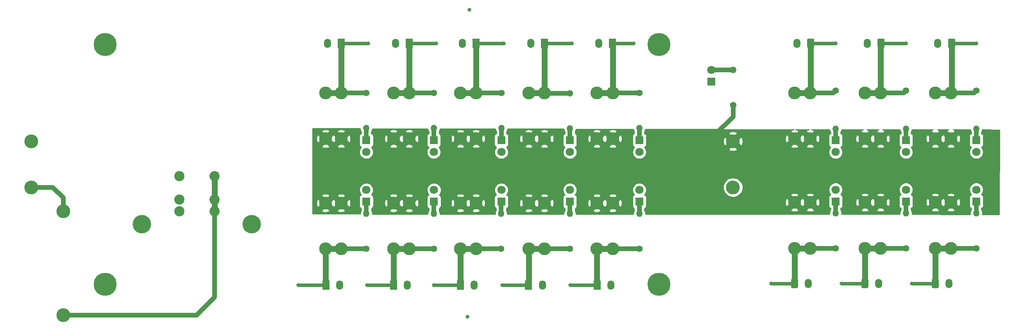
<source format=gbr>
G04 #@! TF.GenerationSoftware,KiCad,Pcbnew,(5.1.6)-1*
G04 #@! TF.CreationDate,2020-09-27T14:43:58-05:00*
G04 #@! TF.ProjectId,Power-Primary,506f7765-722d-4507-9269-6d6172792e6b,rev?*
G04 #@! TF.SameCoordinates,Original*
G04 #@! TF.FileFunction,Copper,L1,Top*
G04 #@! TF.FilePolarity,Positive*
%FSLAX46Y46*%
G04 Gerber Fmt 4.6, Leading zero omitted, Abs format (unit mm)*
G04 Created by KiCad (PCBNEW (5.1.6)-1) date 2020-09-27 14:43:58*
%MOMM*%
%LPD*%
G01*
G04 APERTURE LIST*
G04 #@! TA.AperFunction,ComponentPad*
%ADD10O,1.400000X1.400000*%
G04 #@! TD*
G04 #@! TA.AperFunction,ComponentPad*
%ADD11C,1.400000*%
G04 #@! TD*
G04 #@! TA.AperFunction,ComponentPad*
%ADD12O,1.500000X2.020000*%
G04 #@! TD*
G04 #@! TA.AperFunction,ComponentPad*
%ADD13C,2.780000*%
G04 #@! TD*
G04 #@! TA.AperFunction,ComponentPad*
%ADD14C,1.800000*%
G04 #@! TD*
G04 #@! TA.AperFunction,ComponentPad*
%ADD15R,1.800000X1.800000*%
G04 #@! TD*
G04 #@! TA.AperFunction,WasherPad*
%ADD16C,4.000000*%
G04 #@! TD*
G04 #@! TA.AperFunction,ComponentPad*
%ADD17C,2.200000*%
G04 #@! TD*
G04 #@! TA.AperFunction,ComponentPad*
%ADD18C,3.000000*%
G04 #@! TD*
G04 #@! TA.AperFunction,WasherPad*
%ADD19C,5.000000*%
G04 #@! TD*
G04 #@! TA.AperFunction,ComponentPad*
%ADD20R,1.500000X2.000000*%
G04 #@! TD*
G04 #@! TA.AperFunction,ComponentPad*
%ADD21O,1.500000X2.000000*%
G04 #@! TD*
G04 #@! TA.AperFunction,ViaPad*
%ADD22C,0.800000*%
G04 #@! TD*
G04 #@! TA.AperFunction,Conductor*
%ADD23C,1.000000*%
G04 #@! TD*
G04 #@! TA.AperFunction,Conductor*
%ADD24C,1.250000*%
G04 #@! TD*
G04 #@! TA.AperFunction,Conductor*
%ADD25C,0.800000*%
G04 #@! TD*
G04 #@! TA.AperFunction,Conductor*
%ADD26C,0.254000*%
G04 #@! TD*
G04 APERTURE END LIST*
D10*
X200660000Y-84580400D03*
D11*
X200660000Y-76336800D03*
D10*
X215900000Y-84580400D03*
D11*
X215900000Y-76336800D03*
D10*
X231140000Y-84580400D03*
D11*
X231140000Y-76336800D03*
D10*
X231140000Y-102870000D03*
D11*
X231140000Y-110490000D03*
D10*
X215900000Y-102870000D03*
D11*
X215900000Y-110490000D03*
D10*
X200660000Y-102870000D03*
D11*
X200660000Y-110490000D03*
D12*
X192270000Y-66040000D03*
G04 #@! TA.AperFunction,ComponentPad*
G36*
G01*
X196020000Y-65280000D02*
X196020000Y-66800000D01*
G75*
G02*
X195770000Y-67050000I-250000J0D01*
G01*
X194770000Y-67050000D01*
G75*
G02*
X194520000Y-66800000I0J250000D01*
G01*
X194520000Y-65280000D01*
G75*
G02*
X194770000Y-65030000I250000J0D01*
G01*
X195770000Y-65030000D01*
G75*
G02*
X196020000Y-65280000I0J-250000D01*
G01*
G37*
G04 #@! TD.AperFunction*
X207510000Y-66040000D03*
G04 #@! TA.AperFunction,ComponentPad*
G36*
G01*
X211260000Y-65280000D02*
X211260000Y-66800000D01*
G75*
G02*
X211010000Y-67050000I-250000J0D01*
G01*
X210010000Y-67050000D01*
G75*
G02*
X209760000Y-66800000I0J250000D01*
G01*
X209760000Y-65280000D01*
G75*
G02*
X210010000Y-65030000I250000J0D01*
G01*
X211010000Y-65030000D01*
G75*
G02*
X211260000Y-65280000I0J-250000D01*
G01*
G37*
G04 #@! TD.AperFunction*
X222790000Y-66040000D03*
G04 #@! TA.AperFunction,ComponentPad*
G36*
G01*
X226540000Y-65280000D02*
X226540000Y-66800000D01*
G75*
G02*
X226290000Y-67050000I-250000J0D01*
G01*
X225290000Y-67050000D01*
G75*
G02*
X225040000Y-66800000I0J250000D01*
G01*
X225040000Y-65280000D01*
G75*
G02*
X225290000Y-65030000I250000J0D01*
G01*
X226290000Y-65030000D01*
G75*
G02*
X226540000Y-65280000I0J-250000D01*
G01*
G37*
G04 #@! TD.AperFunction*
X225250000Y-118110000D03*
G04 #@! TA.AperFunction,ComponentPad*
G36*
G01*
X221500000Y-118870000D02*
X221500000Y-117350000D01*
G75*
G02*
X221750000Y-117100000I250000J0D01*
G01*
X222750000Y-117100000D01*
G75*
G02*
X223000000Y-117350000I0J-250000D01*
G01*
X223000000Y-118870000D01*
G75*
G02*
X222750000Y-119120000I-250000J0D01*
G01*
X221750000Y-119120000D01*
G75*
G02*
X221500000Y-118870000I0J250000D01*
G01*
G37*
G04 #@! TD.AperFunction*
X210010000Y-118110000D03*
G04 #@! TA.AperFunction,ComponentPad*
G36*
G01*
X206260000Y-118870000D02*
X206260000Y-117350000D01*
G75*
G02*
X206510000Y-117100000I250000J0D01*
G01*
X207510000Y-117100000D01*
G75*
G02*
X207760000Y-117350000I0J-250000D01*
G01*
X207760000Y-118870000D01*
G75*
G02*
X207510000Y-119120000I-250000J0D01*
G01*
X206510000Y-119120000D01*
G75*
G02*
X206260000Y-118870000I0J250000D01*
G01*
G37*
G04 #@! TD.AperFunction*
X194770000Y-118110000D03*
G04 #@! TA.AperFunction,ComponentPad*
G36*
G01*
X191020000Y-118870000D02*
X191020000Y-117350000D01*
G75*
G02*
X191270000Y-117100000I250000J0D01*
G01*
X192270000Y-117100000D01*
G75*
G02*
X192520000Y-117350000I0J-250000D01*
G01*
X192520000Y-118870000D01*
G75*
G02*
X192270000Y-119120000I-250000J0D01*
G01*
X191270000Y-119120000D01*
G75*
G02*
X191020000Y-118870000I0J250000D01*
G01*
G37*
G04 #@! TD.AperFunction*
D13*
X195170000Y-76846400D03*
X191770000Y-76846400D03*
X195170000Y-86766400D03*
X191770000Y-86766400D03*
X210410000Y-76846400D03*
X207010000Y-76846400D03*
X210410000Y-86766400D03*
X207010000Y-86766400D03*
X225650000Y-76846400D03*
X222250000Y-76846400D03*
X225650000Y-86766400D03*
X222250000Y-86766400D03*
X222250000Y-110490000D03*
X225650000Y-110490000D03*
X222250000Y-100570000D03*
X225650000Y-100570000D03*
X207010000Y-110490000D03*
X210410000Y-110490000D03*
X207010000Y-100570000D03*
X210410000Y-100570000D03*
X195170000Y-100570000D03*
X191770000Y-100570000D03*
X195170000Y-110490000D03*
X191770000Y-110490000D03*
D14*
X200660000Y-89636600D03*
D15*
X200660000Y-87096600D03*
D14*
X215900000Y-89636600D03*
D15*
X215900000Y-87096600D03*
D14*
X231140000Y-89636600D03*
D15*
X231140000Y-87096600D03*
D14*
X231140000Y-97790000D03*
D15*
X231140000Y-100330000D03*
D14*
X215900000Y-97790000D03*
D15*
X215900000Y-100330000D03*
D14*
X200660000Y-97790000D03*
D15*
X200660000Y-100330000D03*
D16*
X74155880Y-105283920D03*
X50415880Y-105283920D03*
D17*
X66095880Y-102483920D03*
X66095880Y-99943920D03*
X58475880Y-102483920D03*
X58475880Y-99943920D03*
X66095880Y-94863920D03*
X58475880Y-94863920D03*
D18*
X26430200Y-87301000D03*
X26430200Y-97301000D03*
D19*
X162430200Y-66301000D03*
X42430200Y-118301000D03*
X42430200Y-66301000D03*
X162430200Y-118301000D03*
D18*
X178430200Y-87301000D03*
X178430200Y-97301000D03*
D10*
X99009200Y-102997000D03*
D11*
X99009200Y-110617000D03*
X113639600Y-110617000D03*
D10*
X113639600Y-102997000D03*
X128219200Y-102997000D03*
D11*
X128219200Y-110617000D03*
X143103600Y-110617000D03*
D10*
X143103600Y-102997000D03*
X158140400Y-102997000D03*
D11*
X158140400Y-110617000D03*
D10*
X158140400Y-84480400D03*
D11*
X158140400Y-76860400D03*
X143103600Y-76885800D03*
D10*
X143103600Y-84505800D03*
X128270000Y-84480400D03*
D11*
X128270000Y-76860400D03*
X113639600Y-76860400D03*
D10*
X113639600Y-84480400D03*
X98983800Y-84480400D03*
D11*
X98983800Y-76860400D03*
D20*
X152349200Y-66065400D03*
D21*
X149349200Y-66065400D03*
D13*
X122754600Y-76846400D03*
X119354600Y-76846400D03*
X122754600Y-86766400D03*
X119354600Y-86766400D03*
D21*
X105331000Y-66065400D03*
D20*
X108331000Y-66065400D03*
D13*
X108327400Y-76846400D03*
X104927400Y-76846400D03*
X108327400Y-86766400D03*
X104927400Y-86766400D03*
D15*
X99009200Y-87096600D03*
D14*
X99009200Y-89636600D03*
X99009200Y-97840800D03*
D15*
X99009200Y-100380800D03*
X113665000Y-100380800D03*
D14*
X113665000Y-97840800D03*
D15*
X128244600Y-100380800D03*
D14*
X128244600Y-97840800D03*
X143103600Y-97840800D03*
D15*
X143103600Y-100380800D03*
X158140400Y-100380800D03*
D14*
X158140400Y-97840800D03*
D15*
X158165800Y-87096600D03*
D14*
X158165800Y-89636600D03*
X143103600Y-89636600D03*
D15*
X143103600Y-87096600D03*
X128244600Y-87096600D03*
D14*
X128244600Y-89636600D03*
D15*
X113614200Y-87096600D03*
D14*
X113614200Y-89636600D03*
D13*
X93595400Y-100698300D03*
X90195400Y-100698300D03*
X93595400Y-110618300D03*
X90195400Y-110618300D03*
X108327400Y-100698300D03*
X104927400Y-100698300D03*
X108327400Y-110618300D03*
X104927400Y-110618300D03*
X119354600Y-110618300D03*
X122754600Y-110618300D03*
X119354600Y-100698300D03*
X122754600Y-100698300D03*
X137588400Y-100698300D03*
X134188400Y-100698300D03*
X137588400Y-110618300D03*
X134188400Y-110618300D03*
X152371000Y-100698300D03*
X148971000Y-100698300D03*
X152371000Y-110618300D03*
X148971000Y-110618300D03*
X152371000Y-76846400D03*
X148971000Y-76846400D03*
X152371000Y-86766400D03*
X148971000Y-86766400D03*
X137588400Y-76846400D03*
X134188400Y-76846400D03*
X137588400Y-86766400D03*
X134188400Y-86766400D03*
D20*
X90220800Y-118491000D03*
D21*
X93220800Y-118491000D03*
X107902000Y-118491000D03*
D20*
X104902000Y-118491000D03*
D21*
X122354600Y-118491000D03*
D20*
X119354600Y-118491000D03*
D21*
X137137400Y-118491000D03*
D20*
X134137400Y-118491000D03*
D21*
X151996400Y-118491000D03*
D20*
X148996400Y-118491000D03*
X137617200Y-66065400D03*
D21*
X134617200Y-66065400D03*
X119783600Y-66065400D03*
D20*
X122783600Y-66065400D03*
D13*
X93595400Y-76846400D03*
X90195400Y-76846400D03*
X93595400Y-86766400D03*
X90195400Y-86766400D03*
D21*
X90573600Y-66065400D03*
D20*
X93573600Y-66065400D03*
D15*
X173761400Y-74396600D03*
D14*
X173761400Y-71856600D03*
D11*
X178460400Y-79451200D03*
D10*
X178460400Y-71831200D03*
D18*
X33324800Y-102514400D03*
X33324800Y-125014400D03*
D22*
X121310400Y-58750200D03*
X120878600Y-125349000D03*
X84206080Y-118460520D03*
X99110800Y-118460520D03*
X113654840Y-118460520D03*
X128483360Y-118460520D03*
X143149320Y-118460520D03*
X156895800Y-66090800D03*
X143484600Y-66090800D03*
X128803400Y-66090800D03*
X114147600Y-66090800D03*
X99390200Y-66090800D03*
X186690000Y-118110000D03*
X201930000Y-118110000D03*
X217170000Y-118110000D03*
X231140000Y-66040000D03*
X215900000Y-66040000D03*
X200660000Y-66040000D03*
D23*
X31108600Y-97301000D02*
X26430200Y-97301000D01*
X33324800Y-102514400D02*
X33324800Y-99517200D01*
X33324800Y-99517200D02*
X31108600Y-97301000D01*
D24*
X66095880Y-94863920D02*
X66095880Y-99943920D01*
X66095880Y-99943920D02*
X66095880Y-102483920D01*
D23*
X33324800Y-125014400D02*
X62234400Y-125014400D01*
X62234400Y-125014400D02*
X66116200Y-121132600D01*
X66095880Y-121112280D02*
X66095880Y-102483920D01*
X66116200Y-121132600D02*
X66095880Y-121112280D01*
X178460400Y-87270800D02*
X178430200Y-87301000D01*
X178460400Y-79451200D02*
X178460400Y-81960720D01*
X178460400Y-81960720D02*
X174701200Y-85719920D01*
X99009200Y-102997000D02*
X99009200Y-100380800D01*
X113665000Y-102971600D02*
X113639600Y-102997000D01*
X113665000Y-100380800D02*
X113665000Y-102971600D01*
X128219200Y-100406200D02*
X128244600Y-100380800D01*
X128219200Y-102997000D02*
X128219200Y-100406200D01*
X143103600Y-102997000D02*
X143103600Y-100380800D01*
X158140400Y-100406200D02*
X158140400Y-102997000D01*
X158140400Y-87071200D02*
X158165800Y-87096600D01*
X158140400Y-84480400D02*
X158140400Y-87071200D01*
X143103600Y-87122000D02*
X143103600Y-84505800D01*
X128270000Y-87071200D02*
X128244600Y-87096600D01*
X128270000Y-84480400D02*
X128270000Y-87071200D01*
X113639600Y-87071200D02*
X113614200Y-87096600D01*
X113639600Y-84480400D02*
X113639600Y-87071200D01*
X98983800Y-87071200D02*
X99009200Y-87096600D01*
X98983800Y-84480400D02*
X98983800Y-87071200D01*
X200660000Y-100330000D02*
X200660000Y-102870000D01*
D24*
X90195400Y-110618300D02*
X93595400Y-110618300D01*
D23*
X99007900Y-110618300D02*
X99009200Y-110617000D01*
X93595400Y-110618300D02*
X99007900Y-110618300D01*
X90190320Y-118460520D02*
X90220800Y-118491000D01*
D25*
X84206080Y-118460520D02*
X90190320Y-118460520D01*
D24*
X90195400Y-118465600D02*
X90220800Y-118491000D01*
X90195400Y-110618300D02*
X90195400Y-118465600D01*
D23*
X113638300Y-110618300D02*
X113639600Y-110617000D01*
X108327400Y-110618300D02*
X113638300Y-110618300D01*
D24*
X104927400Y-110618300D02*
X108327400Y-110618300D01*
X104927400Y-118389400D02*
X104902000Y-118414800D01*
X104927400Y-118465600D02*
X104902000Y-118491000D01*
X104927400Y-110618300D02*
X104927400Y-118465600D01*
D23*
X104871520Y-118460520D02*
X104902000Y-118491000D01*
D25*
X99110800Y-118460520D02*
X104871520Y-118460520D01*
D24*
X119354600Y-110618300D02*
X122754600Y-110618300D01*
D23*
X128217900Y-110618300D02*
X128219200Y-110617000D01*
X122754600Y-110618300D02*
X128217900Y-110618300D01*
D24*
X119354600Y-110618300D02*
X119354600Y-118491000D01*
D23*
X119324120Y-118460520D02*
X119354600Y-118491000D01*
D25*
X113654840Y-118460520D02*
X119324120Y-118460520D01*
D24*
X134188400Y-118338400D02*
X134137400Y-118389400D01*
X134188400Y-110618300D02*
X137588400Y-110618300D01*
D23*
X143102300Y-110618300D02*
X143103600Y-110617000D01*
X137588400Y-110618300D02*
X143102300Y-110618300D01*
D24*
X134188400Y-118440000D02*
X134137400Y-118491000D01*
X134188400Y-110618300D02*
X134188400Y-118440000D01*
D23*
X134061200Y-118414800D02*
X134137400Y-118491000D01*
X134106920Y-118460520D02*
X134137400Y-118491000D01*
D25*
X128483360Y-118460520D02*
X134106920Y-118460520D01*
D24*
X148971000Y-118516400D02*
X148996400Y-118541800D01*
X148971000Y-110618300D02*
X152371000Y-110618300D01*
D23*
X152372300Y-110617000D02*
X152371000Y-110618300D01*
X158140400Y-110617000D02*
X152372300Y-110617000D01*
D24*
X148971000Y-118465600D02*
X148996400Y-118491000D01*
X148971000Y-110618300D02*
X148971000Y-118465600D01*
D23*
X148965920Y-118460520D02*
X148996400Y-118491000D01*
D25*
X143179800Y-118491000D02*
X143149320Y-118460520D01*
X148996400Y-118491000D02*
X143179800Y-118491000D01*
D23*
X158126400Y-76846400D02*
X158140400Y-76860400D01*
X152371000Y-76846400D02*
X158126400Y-76846400D01*
D24*
X152349200Y-76824600D02*
X152371000Y-76846400D01*
X148971000Y-76846400D02*
X152371000Y-76846400D01*
X152371000Y-66087200D02*
X152349200Y-66065400D01*
X152371000Y-76846400D02*
X152371000Y-66087200D01*
D23*
X152374600Y-66090800D02*
X152349200Y-66065400D01*
D25*
X156895800Y-66090800D02*
X152374600Y-66090800D01*
D23*
X137627800Y-76885800D02*
X137588400Y-76846400D01*
X143103600Y-76885800D02*
X137627800Y-76885800D01*
D24*
X137642600Y-76792200D02*
X137588400Y-76846400D01*
X134188400Y-76846400D02*
X137588400Y-76846400D01*
X137588400Y-66094200D02*
X137617200Y-66065400D01*
X137588400Y-76846400D02*
X137588400Y-66094200D01*
D23*
X137642600Y-66090800D02*
X137617200Y-66065400D01*
D25*
X143484600Y-66090800D02*
X137642600Y-66090800D01*
D23*
X128256000Y-76846400D02*
X128270000Y-76860400D01*
X122754600Y-76846400D02*
X128256000Y-76846400D01*
D24*
X119354600Y-76846400D02*
X122754600Y-76846400D01*
X122783600Y-76817400D02*
X122754600Y-76846400D01*
X122754600Y-66094400D02*
X122783600Y-66065400D01*
X122754600Y-76846400D02*
X122754600Y-66094400D01*
D23*
X122809000Y-66090800D02*
X122783600Y-66065400D01*
D25*
X128803400Y-66090800D02*
X122809000Y-66090800D01*
D23*
X113625600Y-76846400D02*
X113639600Y-76860400D01*
X108327400Y-76846400D02*
X113625600Y-76846400D01*
D24*
X108331000Y-76842800D02*
X108327400Y-76846400D01*
X104927400Y-76846400D02*
X108327400Y-76846400D01*
X108327400Y-66069000D02*
X108331000Y-66065400D01*
X108327400Y-76846400D02*
X108327400Y-66069000D01*
D23*
X108356400Y-66090800D02*
X108331000Y-66065400D01*
D25*
X114147600Y-66090800D02*
X108356400Y-66090800D01*
D23*
X93609400Y-76860400D02*
X93595400Y-76846400D01*
X98983800Y-76860400D02*
X93609400Y-76860400D01*
D24*
X90195400Y-76846400D02*
X93595400Y-76846400D01*
X93573600Y-76824600D02*
X93595400Y-76846400D01*
X93595400Y-66087200D02*
X93573600Y-66065400D01*
X93595400Y-76846400D02*
X93595400Y-66087200D01*
D23*
X93599000Y-66090800D02*
X93573600Y-66065400D01*
D25*
X99390200Y-66090800D02*
X93599000Y-66090800D01*
D23*
X215900000Y-100330000D02*
X215900000Y-102870000D01*
X231140000Y-102870000D02*
X231140000Y-100330000D01*
X231140000Y-84580400D02*
X231140000Y-87096600D01*
X215900000Y-87096600D02*
X215900000Y-84580400D01*
X200660000Y-84580400D02*
X200660000Y-87096600D01*
X178435000Y-71856600D02*
X178460400Y-71831200D01*
X173761400Y-71856600D02*
X178435000Y-71856600D01*
D24*
X191770000Y-110490000D02*
X191770000Y-118110000D01*
D23*
X195170000Y-110490000D02*
X200660000Y-110490000D01*
D24*
X191770000Y-110490000D02*
X195170000Y-110490000D01*
D25*
X191770000Y-118110000D02*
X186690000Y-118110000D01*
X201930000Y-118110000D02*
X207010000Y-118110000D01*
D24*
X207010000Y-118110000D02*
X207010000Y-110490000D01*
X207010000Y-110490000D02*
X210410000Y-110490000D01*
D23*
X210410000Y-110490000D02*
X215900000Y-110490000D01*
D25*
X222250000Y-118110000D02*
X217170000Y-118110000D01*
D24*
X222250000Y-118110000D02*
X222250000Y-110490000D01*
X222250000Y-110490000D02*
X225650000Y-110490000D01*
D23*
X225650000Y-110490000D02*
X231140000Y-110490000D01*
D25*
X225790000Y-66040000D02*
X231140000Y-66040000D01*
D24*
X225650000Y-66180000D02*
X225790000Y-66040000D01*
X225790000Y-76706400D02*
X225650000Y-76846400D01*
X225790000Y-66040000D02*
X225790000Y-76706400D01*
X222250000Y-76846400D02*
X225650000Y-76846400D01*
D23*
X230630400Y-76846400D02*
X231140000Y-76336800D01*
X225650000Y-76846400D02*
X230630400Y-76846400D01*
D25*
X210510000Y-66040000D02*
X215900000Y-66040000D01*
D24*
X210510000Y-77370000D02*
X210410000Y-77470000D01*
X207010000Y-76846400D02*
X210410000Y-76846400D01*
X210410000Y-66140000D02*
X210510000Y-66040000D01*
X210410000Y-76846400D02*
X210410000Y-66140000D01*
D23*
X215390400Y-76846400D02*
X215900000Y-76336800D01*
X210410000Y-76846400D02*
X215390400Y-76846400D01*
D25*
X195270000Y-66040000D02*
X200660000Y-66040000D01*
D24*
X195270000Y-77370000D02*
X195170000Y-77470000D01*
X195270000Y-76746400D02*
X195170000Y-76846400D01*
X195270000Y-66040000D02*
X195270000Y-76746400D01*
X191770000Y-76846400D02*
X195170000Y-76846400D01*
D23*
X200150400Y-76846400D02*
X200660000Y-76336800D01*
X195170000Y-76846400D02*
X200150400Y-76846400D01*
D26*
G36*
X97648800Y-84571158D02*
G01*
X97648800Y-84611886D01*
X97700104Y-84869805D01*
X97800739Y-85112759D01*
X97848800Y-85184688D01*
X97848800Y-85615768D01*
X97754706Y-85666063D01*
X97658015Y-85745415D01*
X97578663Y-85842106D01*
X97519698Y-85952420D01*
X97483388Y-86072118D01*
X97471128Y-86196600D01*
X97471128Y-87996600D01*
X97483388Y-88121082D01*
X97519698Y-88240780D01*
X97578663Y-88351094D01*
X97658015Y-88447785D01*
X97754706Y-88527137D01*
X97865020Y-88586102D01*
X97883327Y-88591656D01*
X97816888Y-88658095D01*
X97648901Y-88909505D01*
X97533189Y-89188857D01*
X97474200Y-89485416D01*
X97474200Y-89787784D01*
X97533189Y-90084343D01*
X97648901Y-90363695D01*
X97816888Y-90615105D01*
X98030695Y-90828912D01*
X98282105Y-90996899D01*
X98561457Y-91112611D01*
X98858016Y-91171600D01*
X99160384Y-91171600D01*
X99456943Y-91112611D01*
X99736295Y-90996899D01*
X99987705Y-90828912D01*
X100201512Y-90615105D01*
X100369499Y-90363695D01*
X100485211Y-90084343D01*
X100544200Y-89787784D01*
X100544200Y-89485416D01*
X100485211Y-89188857D01*
X100369499Y-88909505D01*
X100201512Y-88658095D01*
X100135073Y-88591656D01*
X100153380Y-88586102D01*
X100263694Y-88527137D01*
X100360385Y-88447785D01*
X100401641Y-88397514D01*
X104000565Y-88397514D01*
X104170639Y-88655240D01*
X104553674Y-88766583D01*
X104951072Y-88801061D01*
X105347559Y-88757348D01*
X105684161Y-88655240D01*
X105854235Y-88397514D01*
X107400565Y-88397514D01*
X107570639Y-88655240D01*
X107953674Y-88766583D01*
X108351072Y-88801061D01*
X108747559Y-88757348D01*
X109084161Y-88655240D01*
X109254235Y-88397514D01*
X108327400Y-87470678D01*
X107400565Y-88397514D01*
X105854235Y-88397514D01*
X104927400Y-87470678D01*
X104000565Y-88397514D01*
X100401641Y-88397514D01*
X100439737Y-88351094D01*
X100498702Y-88240780D01*
X100535012Y-88121082D01*
X100547272Y-87996600D01*
X100547272Y-86790072D01*
X102892739Y-86790072D01*
X102936452Y-87186559D01*
X103038560Y-87523161D01*
X103296286Y-87693235D01*
X104223122Y-86766400D01*
X105631678Y-86766400D01*
X106558514Y-87693235D01*
X106627400Y-87647777D01*
X106696286Y-87693235D01*
X107623122Y-86766400D01*
X109031678Y-86766400D01*
X109958514Y-87693235D01*
X110216240Y-87523161D01*
X110327583Y-87140126D01*
X110362061Y-86742728D01*
X110318348Y-86346241D01*
X110216240Y-86009639D01*
X109958514Y-85839565D01*
X109031678Y-86766400D01*
X107623122Y-86766400D01*
X106696286Y-85839565D01*
X106627400Y-85885023D01*
X106558514Y-85839565D01*
X105631678Y-86766400D01*
X104223122Y-86766400D01*
X103296286Y-85839565D01*
X103038560Y-86009639D01*
X102927217Y-86392674D01*
X102892739Y-86790072D01*
X100547272Y-86790072D01*
X100547272Y-86196600D01*
X100535012Y-86072118D01*
X100498702Y-85952420D01*
X100439737Y-85842106D01*
X100360385Y-85745415D01*
X100263694Y-85666063D01*
X100153380Y-85607098D01*
X100118800Y-85596608D01*
X100118800Y-85184688D01*
X100151809Y-85135286D01*
X104000565Y-85135286D01*
X104927400Y-86062122D01*
X105854235Y-85135286D01*
X107400565Y-85135286D01*
X108327400Y-86062122D01*
X109254235Y-85135286D01*
X109084161Y-84877560D01*
X108701126Y-84766217D01*
X108303728Y-84731739D01*
X107907241Y-84775452D01*
X107570639Y-84877560D01*
X107400565Y-85135286D01*
X105854235Y-85135286D01*
X105684161Y-84877560D01*
X105301126Y-84766217D01*
X104903728Y-84731739D01*
X104507241Y-84775452D01*
X104170639Y-84877560D01*
X104000565Y-85135286D01*
X100151809Y-85135286D01*
X100166861Y-85112759D01*
X100267496Y-84869805D01*
X100318800Y-84611886D01*
X100318800Y-84576212D01*
X112304600Y-84598899D01*
X112304600Y-84611886D01*
X112355904Y-84869805D01*
X112456539Y-85112759D01*
X112504600Y-85184688D01*
X112504600Y-85596608D01*
X112470020Y-85607098D01*
X112359706Y-85666063D01*
X112263015Y-85745415D01*
X112183663Y-85842106D01*
X112124698Y-85952420D01*
X112088388Y-86072118D01*
X112076128Y-86196600D01*
X112076128Y-87996600D01*
X112088388Y-88121082D01*
X112124698Y-88240780D01*
X112183663Y-88351094D01*
X112263015Y-88447785D01*
X112359706Y-88527137D01*
X112470020Y-88586102D01*
X112488327Y-88591656D01*
X112421888Y-88658095D01*
X112253901Y-88909505D01*
X112138189Y-89188857D01*
X112079200Y-89485416D01*
X112079200Y-89787784D01*
X112138189Y-90084343D01*
X112253901Y-90363695D01*
X112421888Y-90615105D01*
X112635695Y-90828912D01*
X112887105Y-90996899D01*
X113166457Y-91112611D01*
X113463016Y-91171600D01*
X113765384Y-91171600D01*
X114061943Y-91112611D01*
X114341295Y-90996899D01*
X114592705Y-90828912D01*
X114806512Y-90615105D01*
X114974499Y-90363695D01*
X115090211Y-90084343D01*
X115149200Y-89787784D01*
X115149200Y-89485416D01*
X115090211Y-89188857D01*
X114974499Y-88909505D01*
X114806512Y-88658095D01*
X114740073Y-88591656D01*
X114758380Y-88586102D01*
X114868694Y-88527137D01*
X114965385Y-88447785D01*
X115006641Y-88397514D01*
X118427765Y-88397514D01*
X118597839Y-88655240D01*
X118980874Y-88766583D01*
X119378272Y-88801061D01*
X119774759Y-88757348D01*
X120111361Y-88655240D01*
X120281435Y-88397514D01*
X121827765Y-88397514D01*
X121997839Y-88655240D01*
X122380874Y-88766583D01*
X122778272Y-88801061D01*
X123174759Y-88757348D01*
X123511361Y-88655240D01*
X123681435Y-88397514D01*
X122754600Y-87470678D01*
X121827765Y-88397514D01*
X120281435Y-88397514D01*
X119354600Y-87470678D01*
X118427765Y-88397514D01*
X115006641Y-88397514D01*
X115044737Y-88351094D01*
X115103702Y-88240780D01*
X115140012Y-88121082D01*
X115152272Y-87996600D01*
X115152272Y-86790072D01*
X117319939Y-86790072D01*
X117363652Y-87186559D01*
X117465760Y-87523161D01*
X117723486Y-87693235D01*
X118650322Y-86766400D01*
X120058878Y-86766400D01*
X120985714Y-87693235D01*
X121054600Y-87647777D01*
X121123486Y-87693235D01*
X122050322Y-86766400D01*
X123458878Y-86766400D01*
X124385714Y-87693235D01*
X124643440Y-87523161D01*
X124754783Y-87140126D01*
X124789261Y-86742728D01*
X124745548Y-86346241D01*
X124643440Y-86009639D01*
X124385714Y-85839565D01*
X123458878Y-86766400D01*
X122050322Y-86766400D01*
X121123486Y-85839565D01*
X121054600Y-85885023D01*
X120985714Y-85839565D01*
X120058878Y-86766400D01*
X118650322Y-86766400D01*
X117723486Y-85839565D01*
X117465760Y-86009639D01*
X117354417Y-86392674D01*
X117319939Y-86790072D01*
X115152272Y-86790072D01*
X115152272Y-86196600D01*
X115140012Y-86072118D01*
X115103702Y-85952420D01*
X115044737Y-85842106D01*
X114965385Y-85745415D01*
X114868694Y-85666063D01*
X114774600Y-85615768D01*
X114774600Y-85184688D01*
X114807609Y-85135286D01*
X118427765Y-85135286D01*
X119354600Y-86062122D01*
X120281435Y-85135286D01*
X121827765Y-85135286D01*
X122754600Y-86062122D01*
X123681435Y-85135286D01*
X123511361Y-84877560D01*
X123128326Y-84766217D01*
X122730928Y-84731739D01*
X122334441Y-84775452D01*
X121997839Y-84877560D01*
X121827765Y-85135286D01*
X120281435Y-85135286D01*
X120111361Y-84877560D01*
X119728326Y-84766217D01*
X119330928Y-84731739D01*
X118934441Y-84775452D01*
X118597839Y-84877560D01*
X118427765Y-85135286D01*
X114807609Y-85135286D01*
X114822661Y-85112759D01*
X114923296Y-84869805D01*
X114974600Y-84611886D01*
X114974600Y-84603953D01*
X126937926Y-84626597D01*
X126986304Y-84869805D01*
X127086939Y-85112759D01*
X127135000Y-85184688D01*
X127135000Y-85596608D01*
X127100420Y-85607098D01*
X126990106Y-85666063D01*
X126893415Y-85745415D01*
X126814063Y-85842106D01*
X126755098Y-85952420D01*
X126718788Y-86072118D01*
X126706528Y-86196600D01*
X126706528Y-87996600D01*
X126718788Y-88121082D01*
X126755098Y-88240780D01*
X126814063Y-88351094D01*
X126893415Y-88447785D01*
X126990106Y-88527137D01*
X127100420Y-88586102D01*
X127118727Y-88591656D01*
X127052288Y-88658095D01*
X126884301Y-88909505D01*
X126768589Y-89188857D01*
X126709600Y-89485416D01*
X126709600Y-89787784D01*
X126768589Y-90084343D01*
X126884301Y-90363695D01*
X127052288Y-90615105D01*
X127266095Y-90828912D01*
X127517505Y-90996899D01*
X127796857Y-91112611D01*
X128093416Y-91171600D01*
X128395784Y-91171600D01*
X128692343Y-91112611D01*
X128971695Y-90996899D01*
X129223105Y-90828912D01*
X129436912Y-90615105D01*
X129604899Y-90363695D01*
X129720611Y-90084343D01*
X129779600Y-89787784D01*
X129779600Y-89485416D01*
X129720611Y-89188857D01*
X129604899Y-88909505D01*
X129436912Y-88658095D01*
X129370473Y-88591656D01*
X129388780Y-88586102D01*
X129499094Y-88527137D01*
X129595785Y-88447785D01*
X129637041Y-88397514D01*
X133261565Y-88397514D01*
X133431639Y-88655240D01*
X133814674Y-88766583D01*
X134212072Y-88801061D01*
X134608559Y-88757348D01*
X134945161Y-88655240D01*
X135115235Y-88397514D01*
X136661565Y-88397514D01*
X136831639Y-88655240D01*
X137214674Y-88766583D01*
X137612072Y-88801061D01*
X138008559Y-88757348D01*
X138345161Y-88655240D01*
X138515235Y-88397514D01*
X137588400Y-87470678D01*
X136661565Y-88397514D01*
X135115235Y-88397514D01*
X134188400Y-87470678D01*
X133261565Y-88397514D01*
X129637041Y-88397514D01*
X129675137Y-88351094D01*
X129734102Y-88240780D01*
X129770412Y-88121082D01*
X129782672Y-87996600D01*
X129782672Y-86790072D01*
X132153739Y-86790072D01*
X132197452Y-87186559D01*
X132299560Y-87523161D01*
X132557286Y-87693235D01*
X133484122Y-86766400D01*
X134892678Y-86766400D01*
X135819514Y-87693235D01*
X135888400Y-87647777D01*
X135957286Y-87693235D01*
X136884122Y-86766400D01*
X138292678Y-86766400D01*
X139219514Y-87693235D01*
X139477240Y-87523161D01*
X139588583Y-87140126D01*
X139623061Y-86742728D01*
X139579348Y-86346241D01*
X139477240Y-86009639D01*
X139219514Y-85839565D01*
X138292678Y-86766400D01*
X136884122Y-86766400D01*
X135957286Y-85839565D01*
X135888400Y-85885023D01*
X135819514Y-85839565D01*
X134892678Y-86766400D01*
X133484122Y-86766400D01*
X132557286Y-85839565D01*
X132299560Y-86009639D01*
X132188217Y-86392674D01*
X132153739Y-86790072D01*
X129782672Y-86790072D01*
X129782672Y-86196600D01*
X129770412Y-86072118D01*
X129734102Y-85952420D01*
X129675137Y-85842106D01*
X129595785Y-85745415D01*
X129499094Y-85666063D01*
X129405000Y-85615768D01*
X129405000Y-85184688D01*
X129438009Y-85135286D01*
X133261565Y-85135286D01*
X134188400Y-86062122D01*
X135115235Y-85135286D01*
X136661565Y-85135286D01*
X137588400Y-86062122D01*
X138515235Y-85135286D01*
X138345161Y-84877560D01*
X137962126Y-84766217D01*
X137564728Y-84731739D01*
X137168241Y-84775452D01*
X136831639Y-84877560D01*
X136661565Y-85135286D01*
X135115235Y-85135286D01*
X134945161Y-84877560D01*
X134562126Y-84766217D01*
X134164728Y-84731739D01*
X133768241Y-84775452D01*
X133431639Y-84877560D01*
X133261565Y-85135286D01*
X129438009Y-85135286D01*
X129453061Y-85112759D01*
X129553696Y-84869805D01*
X129601071Y-84631638D01*
X141772059Y-84654676D01*
X141819904Y-84895205D01*
X141920539Y-85138159D01*
X141968601Y-85210089D01*
X141968601Y-85604313D01*
X141959420Y-85607098D01*
X141849106Y-85666063D01*
X141752415Y-85745415D01*
X141673063Y-85842106D01*
X141614098Y-85952420D01*
X141577788Y-86072118D01*
X141565528Y-86196600D01*
X141565528Y-87996600D01*
X141577788Y-88121082D01*
X141614098Y-88240780D01*
X141673063Y-88351094D01*
X141752415Y-88447785D01*
X141849106Y-88527137D01*
X141959420Y-88586102D01*
X141977727Y-88591656D01*
X141911288Y-88658095D01*
X141743301Y-88909505D01*
X141627589Y-89188857D01*
X141568600Y-89485416D01*
X141568600Y-89787784D01*
X141627589Y-90084343D01*
X141743301Y-90363695D01*
X141911288Y-90615105D01*
X142125095Y-90828912D01*
X142376505Y-90996899D01*
X142655857Y-91112611D01*
X142952416Y-91171600D01*
X143254784Y-91171600D01*
X143551343Y-91112611D01*
X143830695Y-90996899D01*
X144082105Y-90828912D01*
X144295912Y-90615105D01*
X144463899Y-90363695D01*
X144579611Y-90084343D01*
X144638600Y-89787784D01*
X144638600Y-89485416D01*
X144579611Y-89188857D01*
X144463899Y-88909505D01*
X144295912Y-88658095D01*
X144229473Y-88591656D01*
X144247780Y-88586102D01*
X144358094Y-88527137D01*
X144454785Y-88447785D01*
X144496041Y-88397514D01*
X148044165Y-88397514D01*
X148214239Y-88655240D01*
X148597274Y-88766583D01*
X148994672Y-88801061D01*
X149391159Y-88757348D01*
X149727761Y-88655240D01*
X149897835Y-88397514D01*
X151444165Y-88397514D01*
X151614239Y-88655240D01*
X151997274Y-88766583D01*
X152394672Y-88801061D01*
X152791159Y-88757348D01*
X153127761Y-88655240D01*
X153297835Y-88397514D01*
X152371000Y-87470678D01*
X151444165Y-88397514D01*
X149897835Y-88397514D01*
X148971000Y-87470678D01*
X148044165Y-88397514D01*
X144496041Y-88397514D01*
X144534137Y-88351094D01*
X144593102Y-88240780D01*
X144629412Y-88121082D01*
X144641672Y-87996600D01*
X144641672Y-86790072D01*
X146936339Y-86790072D01*
X146980052Y-87186559D01*
X147082160Y-87523161D01*
X147339886Y-87693235D01*
X148266722Y-86766400D01*
X149675278Y-86766400D01*
X150602114Y-87693235D01*
X150671000Y-87647777D01*
X150739886Y-87693235D01*
X151666722Y-86766400D01*
X153075278Y-86766400D01*
X154002114Y-87693235D01*
X154259840Y-87523161D01*
X154371183Y-87140126D01*
X154405661Y-86742728D01*
X154361948Y-86346241D01*
X154259840Y-86009639D01*
X154002114Y-85839565D01*
X153075278Y-86766400D01*
X151666722Y-86766400D01*
X150739886Y-85839565D01*
X150671000Y-85885023D01*
X150602114Y-85839565D01*
X149675278Y-86766400D01*
X148266722Y-86766400D01*
X147339886Y-85839565D01*
X147082160Y-86009639D01*
X146970817Y-86392674D01*
X146936339Y-86790072D01*
X144641672Y-86790072D01*
X144641672Y-86196600D01*
X144629412Y-86072118D01*
X144593102Y-85952420D01*
X144534137Y-85842106D01*
X144454785Y-85745415D01*
X144358094Y-85666063D01*
X144247780Y-85607098D01*
X144238600Y-85604313D01*
X144238600Y-85210088D01*
X144286661Y-85138159D01*
X144287851Y-85135286D01*
X148044165Y-85135286D01*
X148971000Y-86062122D01*
X149897835Y-85135286D01*
X151444165Y-85135286D01*
X152371000Y-86062122D01*
X153297835Y-85135286D01*
X153127761Y-84877560D01*
X152744726Y-84766217D01*
X152347328Y-84731739D01*
X151950841Y-84775452D01*
X151614239Y-84877560D01*
X151444165Y-85135286D01*
X149897835Y-85135286D01*
X149727761Y-84877560D01*
X149344726Y-84766217D01*
X148947328Y-84731739D01*
X148550841Y-84775452D01*
X148214239Y-84877560D01*
X148044165Y-85135286D01*
X144287851Y-85135286D01*
X144387296Y-84895205D01*
X144434139Y-84659715D01*
X156819577Y-84683159D01*
X156856704Y-84869805D01*
X156957339Y-85112759D01*
X157005400Y-85184688D01*
X157005400Y-85615768D01*
X156911306Y-85666063D01*
X156814615Y-85745415D01*
X156735263Y-85842106D01*
X156676298Y-85952420D01*
X156639988Y-86072118D01*
X156627728Y-86196600D01*
X156627728Y-87996600D01*
X156639988Y-88121082D01*
X156676298Y-88240780D01*
X156735263Y-88351094D01*
X156814615Y-88447785D01*
X156911306Y-88527137D01*
X157021620Y-88586102D01*
X157039927Y-88591656D01*
X156973488Y-88658095D01*
X156805501Y-88909505D01*
X156689789Y-89188857D01*
X156630800Y-89485416D01*
X156630800Y-89787784D01*
X156689789Y-90084343D01*
X156805501Y-90363695D01*
X156973488Y-90615105D01*
X157187295Y-90828912D01*
X157438705Y-90996899D01*
X157718057Y-91112611D01*
X158014616Y-91171600D01*
X158316984Y-91171600D01*
X158613543Y-91112611D01*
X158892895Y-90996899D01*
X159144305Y-90828912D01*
X159358112Y-90615105D01*
X159526099Y-90363695D01*
X159641811Y-90084343D01*
X159700800Y-89787784D01*
X159700800Y-89485416D01*
X159641811Y-89188857D01*
X159568972Y-89013009D01*
X177422469Y-89013009D01*
X177606542Y-89281917D01*
X178008826Y-89404542D01*
X178427303Y-89446329D01*
X178845891Y-89405672D01*
X179248505Y-89284135D01*
X179253858Y-89281917D01*
X179437931Y-89013009D01*
X178822436Y-88397514D01*
X190843165Y-88397514D01*
X191013239Y-88655240D01*
X191396274Y-88766583D01*
X191793672Y-88801061D01*
X192190159Y-88757348D01*
X192526761Y-88655240D01*
X192696835Y-88397514D01*
X194243165Y-88397514D01*
X194413239Y-88655240D01*
X194796274Y-88766583D01*
X195193672Y-88801061D01*
X195590159Y-88757348D01*
X195926761Y-88655240D01*
X196096835Y-88397514D01*
X195170000Y-87470678D01*
X194243165Y-88397514D01*
X192696835Y-88397514D01*
X191770000Y-87470678D01*
X190843165Y-88397514D01*
X178822436Y-88397514D01*
X178430200Y-88005278D01*
X177422469Y-89013009D01*
X159568972Y-89013009D01*
X159526099Y-88909505D01*
X159358112Y-88658095D01*
X159291673Y-88591656D01*
X159309980Y-88586102D01*
X159420294Y-88527137D01*
X159516985Y-88447785D01*
X159596337Y-88351094D01*
X159655302Y-88240780D01*
X159691612Y-88121082D01*
X159703872Y-87996600D01*
X159703872Y-87298103D01*
X176284871Y-87298103D01*
X176325528Y-87716691D01*
X176447065Y-88119305D01*
X176449283Y-88124658D01*
X176718191Y-88308731D01*
X177725922Y-87301000D01*
X179134478Y-87301000D01*
X180142209Y-88308731D01*
X180411117Y-88124658D01*
X180533742Y-87722374D01*
X180575529Y-87303897D01*
X180534872Y-86885309D01*
X180506123Y-86790072D01*
X189735339Y-86790072D01*
X189779052Y-87186559D01*
X189881160Y-87523161D01*
X190138886Y-87693235D01*
X191065722Y-86766400D01*
X192474278Y-86766400D01*
X193401114Y-87693235D01*
X193470000Y-87647777D01*
X193538886Y-87693235D01*
X194465722Y-86766400D01*
X195874278Y-86766400D01*
X196801114Y-87693235D01*
X197058840Y-87523161D01*
X197170183Y-87140126D01*
X197204661Y-86742728D01*
X197160948Y-86346241D01*
X197058840Y-86009639D01*
X196801114Y-85839565D01*
X195874278Y-86766400D01*
X194465722Y-86766400D01*
X193538886Y-85839565D01*
X193470000Y-85885023D01*
X193401114Y-85839565D01*
X192474278Y-86766400D01*
X191065722Y-86766400D01*
X190138886Y-85839565D01*
X189881160Y-86009639D01*
X189769817Y-86392674D01*
X189735339Y-86790072D01*
X180506123Y-86790072D01*
X180413335Y-86482695D01*
X180411117Y-86477342D01*
X180142209Y-86293269D01*
X179134478Y-87301000D01*
X177725922Y-87301000D01*
X176718191Y-86293269D01*
X176449283Y-86477342D01*
X176326658Y-86879626D01*
X176284871Y-87298103D01*
X159703872Y-87298103D01*
X159703872Y-86196600D01*
X159691612Y-86072118D01*
X159655302Y-85952420D01*
X159596337Y-85842106D01*
X159516985Y-85745415D01*
X159420294Y-85666063D01*
X159309980Y-85607098D01*
X159275400Y-85596608D01*
X159275400Y-85588991D01*
X177422469Y-85588991D01*
X178430200Y-86596722D01*
X179437931Y-85588991D01*
X179253858Y-85320083D01*
X178851574Y-85197458D01*
X178433097Y-85155671D01*
X178014509Y-85196328D01*
X177611895Y-85317865D01*
X177606542Y-85320083D01*
X177422469Y-85588991D01*
X159275400Y-85588991D01*
X159275400Y-85184688D01*
X159323461Y-85112759D01*
X159424096Y-84869805D01*
X159460229Y-84688157D01*
X191590008Y-84748973D01*
X191349841Y-84775452D01*
X191013239Y-84877560D01*
X190843165Y-85135286D01*
X191770000Y-86062122D01*
X192696835Y-85135286D01*
X192526761Y-84877560D01*
X192143726Y-84766217D01*
X191952892Y-84749660D01*
X194932620Y-84755300D01*
X194749841Y-84775452D01*
X194413239Y-84877560D01*
X194243165Y-85135286D01*
X195170000Y-86062122D01*
X196096835Y-85135286D01*
X195926761Y-84877560D01*
X195543726Y-84766217D01*
X195428724Y-84756240D01*
X199335293Y-84763634D01*
X199376304Y-84969805D01*
X199476939Y-85212759D01*
X199525000Y-85284688D01*
X199525000Y-85604313D01*
X199515820Y-85607098D01*
X199405506Y-85666063D01*
X199308815Y-85745415D01*
X199229463Y-85842106D01*
X199170498Y-85952420D01*
X199134188Y-86072118D01*
X199121928Y-86196600D01*
X199121928Y-87996600D01*
X199134188Y-88121082D01*
X199170498Y-88240780D01*
X199229463Y-88351094D01*
X199308815Y-88447785D01*
X199405506Y-88527137D01*
X199515820Y-88586102D01*
X199534127Y-88591656D01*
X199467688Y-88658095D01*
X199299701Y-88909505D01*
X199183989Y-89188857D01*
X199125000Y-89485416D01*
X199125000Y-89787784D01*
X199183989Y-90084343D01*
X199299701Y-90363695D01*
X199467688Y-90615105D01*
X199681495Y-90828912D01*
X199932905Y-90996899D01*
X200212257Y-91112611D01*
X200508816Y-91171600D01*
X200811184Y-91171600D01*
X201107743Y-91112611D01*
X201387095Y-90996899D01*
X201638505Y-90828912D01*
X201852312Y-90615105D01*
X202020299Y-90363695D01*
X202136011Y-90084343D01*
X202195000Y-89787784D01*
X202195000Y-89485416D01*
X202136011Y-89188857D01*
X202020299Y-88909505D01*
X201852312Y-88658095D01*
X201785873Y-88591656D01*
X201804180Y-88586102D01*
X201914494Y-88527137D01*
X202011185Y-88447785D01*
X202052441Y-88397514D01*
X206083165Y-88397514D01*
X206253239Y-88655240D01*
X206636274Y-88766583D01*
X207033672Y-88801061D01*
X207430159Y-88757348D01*
X207766761Y-88655240D01*
X207936835Y-88397514D01*
X209483165Y-88397514D01*
X209653239Y-88655240D01*
X210036274Y-88766583D01*
X210433672Y-88801061D01*
X210830159Y-88757348D01*
X211166761Y-88655240D01*
X211336835Y-88397514D01*
X210410000Y-87470678D01*
X209483165Y-88397514D01*
X207936835Y-88397514D01*
X207010000Y-87470678D01*
X206083165Y-88397514D01*
X202052441Y-88397514D01*
X202090537Y-88351094D01*
X202149502Y-88240780D01*
X202185812Y-88121082D01*
X202198072Y-87996600D01*
X202198072Y-86790072D01*
X204975339Y-86790072D01*
X205019052Y-87186559D01*
X205121160Y-87523161D01*
X205378886Y-87693235D01*
X206305722Y-86766400D01*
X207714278Y-86766400D01*
X208641114Y-87693235D01*
X208710000Y-87647777D01*
X208778886Y-87693235D01*
X209705722Y-86766400D01*
X211114278Y-86766400D01*
X212041114Y-87693235D01*
X212298840Y-87523161D01*
X212410183Y-87140126D01*
X212444661Y-86742728D01*
X212400948Y-86346241D01*
X212298840Y-86009639D01*
X212041114Y-85839565D01*
X211114278Y-86766400D01*
X209705722Y-86766400D01*
X208778886Y-85839565D01*
X208710000Y-85885023D01*
X208641114Y-85839565D01*
X207714278Y-86766400D01*
X206305722Y-86766400D01*
X205378886Y-85839565D01*
X205121160Y-86009639D01*
X205009817Y-86392674D01*
X204975339Y-86790072D01*
X202198072Y-86790072D01*
X202198072Y-86196600D01*
X202185812Y-86072118D01*
X202149502Y-85952420D01*
X202090537Y-85842106D01*
X202011185Y-85745415D01*
X201914494Y-85666063D01*
X201804180Y-85607098D01*
X201795000Y-85604313D01*
X201795000Y-85284688D01*
X201843061Y-85212759D01*
X201943696Y-84969805D01*
X201983709Y-84768647D01*
X206583571Y-84777354D01*
X206253239Y-84877560D01*
X206083165Y-85135286D01*
X207010000Y-86062122D01*
X207936835Y-85135286D01*
X207766761Y-84877560D01*
X207427534Y-84778951D01*
X209962488Y-84783750D01*
X209653239Y-84877560D01*
X209483165Y-85135286D01*
X210410000Y-86062122D01*
X211336835Y-85135286D01*
X211166761Y-84877560D01*
X210849819Y-84785429D01*
X214581034Y-84792492D01*
X214616304Y-84969805D01*
X214716939Y-85212759D01*
X214765001Y-85284689D01*
X214765001Y-85604313D01*
X214755820Y-85607098D01*
X214645506Y-85666063D01*
X214548815Y-85745415D01*
X214469463Y-85842106D01*
X214410498Y-85952420D01*
X214374188Y-86072118D01*
X214361928Y-86196600D01*
X214361928Y-87996600D01*
X214374188Y-88121082D01*
X214410498Y-88240780D01*
X214469463Y-88351094D01*
X214548815Y-88447785D01*
X214645506Y-88527137D01*
X214755820Y-88586102D01*
X214774127Y-88591656D01*
X214707688Y-88658095D01*
X214539701Y-88909505D01*
X214423989Y-89188857D01*
X214365000Y-89485416D01*
X214365000Y-89787784D01*
X214423989Y-90084343D01*
X214539701Y-90363695D01*
X214707688Y-90615105D01*
X214921495Y-90828912D01*
X215172905Y-90996899D01*
X215452257Y-91112611D01*
X215748816Y-91171600D01*
X216051184Y-91171600D01*
X216347743Y-91112611D01*
X216627095Y-90996899D01*
X216878505Y-90828912D01*
X217092312Y-90615105D01*
X217260299Y-90363695D01*
X217376011Y-90084343D01*
X217435000Y-89787784D01*
X217435000Y-89485416D01*
X217376011Y-89188857D01*
X217260299Y-88909505D01*
X217092312Y-88658095D01*
X217025873Y-88591656D01*
X217044180Y-88586102D01*
X217154494Y-88527137D01*
X217251185Y-88447785D01*
X217292441Y-88397514D01*
X221323165Y-88397514D01*
X221493239Y-88655240D01*
X221876274Y-88766583D01*
X222273672Y-88801061D01*
X222670159Y-88757348D01*
X223006761Y-88655240D01*
X223176835Y-88397514D01*
X224723165Y-88397514D01*
X224893239Y-88655240D01*
X225276274Y-88766583D01*
X225673672Y-88801061D01*
X226070159Y-88757348D01*
X226406761Y-88655240D01*
X226576835Y-88397514D01*
X225650000Y-87470678D01*
X224723165Y-88397514D01*
X223176835Y-88397514D01*
X222250000Y-87470678D01*
X221323165Y-88397514D01*
X217292441Y-88397514D01*
X217330537Y-88351094D01*
X217389502Y-88240780D01*
X217425812Y-88121082D01*
X217438072Y-87996600D01*
X217438072Y-86790072D01*
X220215339Y-86790072D01*
X220259052Y-87186559D01*
X220361160Y-87523161D01*
X220618886Y-87693235D01*
X221545722Y-86766400D01*
X222954278Y-86766400D01*
X223881114Y-87693235D01*
X223950000Y-87647777D01*
X224018886Y-87693235D01*
X224945722Y-86766400D01*
X226354278Y-86766400D01*
X227281114Y-87693235D01*
X227538840Y-87523161D01*
X227650183Y-87140126D01*
X227684661Y-86742728D01*
X227640948Y-86346241D01*
X227538840Y-86009639D01*
X227281114Y-85839565D01*
X226354278Y-86766400D01*
X224945722Y-86766400D01*
X224018886Y-85839565D01*
X223950000Y-85885023D01*
X223881114Y-85839565D01*
X222954278Y-86766400D01*
X221545722Y-86766400D01*
X220618886Y-85839565D01*
X220361160Y-86009639D01*
X220249817Y-86392674D01*
X220215339Y-86790072D01*
X217438072Y-86790072D01*
X217438072Y-86196600D01*
X217425812Y-86072118D01*
X217389502Y-85952420D01*
X217330537Y-85842106D01*
X217251185Y-85745415D01*
X217154494Y-85666063D01*
X217044180Y-85607098D01*
X217035000Y-85604313D01*
X217035000Y-85284688D01*
X217083061Y-85212759D01*
X217183696Y-84969805D01*
X217217973Y-84797483D01*
X221729067Y-84806022D01*
X221493239Y-84877560D01*
X221323165Y-85135286D01*
X222250000Y-86062122D01*
X223176835Y-85135286D01*
X223006761Y-84877560D01*
X222767422Y-84807987D01*
X225107983Y-84812418D01*
X224893239Y-84877560D01*
X224723165Y-85135286D01*
X225650000Y-86062122D01*
X226576835Y-85135286D01*
X226406761Y-84877560D01*
X226189706Y-84814465D01*
X229826774Y-84821350D01*
X229856304Y-84969805D01*
X229956939Y-85212759D01*
X230005000Y-85284688D01*
X230005000Y-85604313D01*
X229995820Y-85607098D01*
X229885506Y-85666063D01*
X229788815Y-85745415D01*
X229709463Y-85842106D01*
X229650498Y-85952420D01*
X229614188Y-86072118D01*
X229601928Y-86196600D01*
X229601928Y-87996600D01*
X229614188Y-88121082D01*
X229650498Y-88240780D01*
X229709463Y-88351094D01*
X229788815Y-88447785D01*
X229885506Y-88527137D01*
X229995820Y-88586102D01*
X230014127Y-88591656D01*
X229947688Y-88658095D01*
X229779701Y-88909505D01*
X229663989Y-89188857D01*
X229605000Y-89485416D01*
X229605000Y-89787784D01*
X229663989Y-90084343D01*
X229779701Y-90363695D01*
X229947688Y-90615105D01*
X230161495Y-90828912D01*
X230412905Y-90996899D01*
X230692257Y-91112611D01*
X230988816Y-91171600D01*
X231291184Y-91171600D01*
X231587743Y-91112611D01*
X231867095Y-90996899D01*
X232118505Y-90828912D01*
X232332312Y-90615105D01*
X232500299Y-90363695D01*
X232616011Y-90084343D01*
X232675000Y-89787784D01*
X232675000Y-89485416D01*
X232616011Y-89188857D01*
X232500299Y-88909505D01*
X232332312Y-88658095D01*
X232265873Y-88591656D01*
X232284180Y-88586102D01*
X232394494Y-88527137D01*
X232491185Y-88447785D01*
X232570537Y-88351094D01*
X232629502Y-88240780D01*
X232665812Y-88121082D01*
X232678072Y-87996600D01*
X232678072Y-86196600D01*
X232665812Y-86072118D01*
X232629502Y-85952420D01*
X232570537Y-85842106D01*
X232491185Y-85745415D01*
X232394494Y-85666063D01*
X232284180Y-85607098D01*
X232275000Y-85604313D01*
X232275000Y-85284688D01*
X232323061Y-85212759D01*
X232423696Y-84969805D01*
X232452238Y-84826319D01*
X236098011Y-84833220D01*
X236087990Y-103126451D01*
X232450648Y-103123908D01*
X232475000Y-103001486D01*
X232475000Y-102738514D01*
X232423696Y-102480595D01*
X232323061Y-102237641D01*
X232275000Y-102165712D01*
X232275000Y-101822287D01*
X232284180Y-101819502D01*
X232394494Y-101760537D01*
X232491185Y-101681185D01*
X232570537Y-101584494D01*
X232629502Y-101474180D01*
X232665812Y-101354482D01*
X232678072Y-101230000D01*
X232678072Y-99430000D01*
X232665812Y-99305518D01*
X232629502Y-99185820D01*
X232570537Y-99075506D01*
X232491185Y-98978815D01*
X232394494Y-98899463D01*
X232284180Y-98840498D01*
X232265873Y-98834944D01*
X232332312Y-98768505D01*
X232500299Y-98517095D01*
X232616011Y-98237743D01*
X232675000Y-97941184D01*
X232675000Y-97638816D01*
X232616011Y-97342257D01*
X232500299Y-97062905D01*
X232332312Y-96811495D01*
X232118505Y-96597688D01*
X231867095Y-96429701D01*
X231587743Y-96313989D01*
X231291184Y-96255000D01*
X230988816Y-96255000D01*
X230692257Y-96313989D01*
X230412905Y-96429701D01*
X230161495Y-96597688D01*
X229947688Y-96811495D01*
X229779701Y-97062905D01*
X229663989Y-97342257D01*
X229605000Y-97638816D01*
X229605000Y-97941184D01*
X229663989Y-98237743D01*
X229779701Y-98517095D01*
X229947688Y-98768505D01*
X230014127Y-98834944D01*
X229995820Y-98840498D01*
X229885506Y-98899463D01*
X229788815Y-98978815D01*
X229709463Y-99075506D01*
X229650498Y-99185820D01*
X229614188Y-99305518D01*
X229601928Y-99430000D01*
X229601928Y-101230000D01*
X229614188Y-101354482D01*
X229650498Y-101474180D01*
X229709463Y-101584494D01*
X229788815Y-101681185D01*
X229885506Y-101760537D01*
X229995820Y-101819502D01*
X230005000Y-101822287D01*
X230005000Y-102165712D01*
X229956939Y-102237641D01*
X229856304Y-102480595D01*
X229805000Y-102738514D01*
X229805000Y-103001486D01*
X229828987Y-103122075D01*
X217212768Y-103113253D01*
X217235000Y-103001486D01*
X217235000Y-102738514D01*
X217183696Y-102480595D01*
X217083061Y-102237641D01*
X217058655Y-102201114D01*
X221323165Y-102201114D01*
X221493239Y-102458840D01*
X221876274Y-102570183D01*
X222273672Y-102604661D01*
X222670159Y-102560948D01*
X223006761Y-102458840D01*
X223176835Y-102201114D01*
X224723165Y-102201114D01*
X224893239Y-102458840D01*
X225276274Y-102570183D01*
X225673672Y-102604661D01*
X226070159Y-102560948D01*
X226406761Y-102458840D01*
X226576835Y-102201114D01*
X225650000Y-101274278D01*
X224723165Y-102201114D01*
X223176835Y-102201114D01*
X222250000Y-101274278D01*
X221323165Y-102201114D01*
X217058655Y-102201114D01*
X217035000Y-102165712D01*
X217035000Y-101822287D01*
X217044180Y-101819502D01*
X217154494Y-101760537D01*
X217251185Y-101681185D01*
X217330537Y-101584494D01*
X217389502Y-101474180D01*
X217425812Y-101354482D01*
X217438072Y-101230000D01*
X217438072Y-100593672D01*
X220215339Y-100593672D01*
X220259052Y-100990159D01*
X220361160Y-101326761D01*
X220618886Y-101496835D01*
X221545722Y-100570000D01*
X222954278Y-100570000D01*
X223881114Y-101496835D01*
X223950000Y-101451377D01*
X224018886Y-101496835D01*
X224945722Y-100570000D01*
X226354278Y-100570000D01*
X227281114Y-101496835D01*
X227538840Y-101326761D01*
X227650183Y-100943726D01*
X227684661Y-100546328D01*
X227640948Y-100149841D01*
X227538840Y-99813239D01*
X227281114Y-99643165D01*
X226354278Y-100570000D01*
X224945722Y-100570000D01*
X224018886Y-99643165D01*
X223950000Y-99688623D01*
X223881114Y-99643165D01*
X222954278Y-100570000D01*
X221545722Y-100570000D01*
X220618886Y-99643165D01*
X220361160Y-99813239D01*
X220249817Y-100196274D01*
X220215339Y-100593672D01*
X217438072Y-100593672D01*
X217438072Y-99430000D01*
X217425812Y-99305518D01*
X217389502Y-99185820D01*
X217330537Y-99075506D01*
X217251185Y-98978815D01*
X217202532Y-98938886D01*
X221323165Y-98938886D01*
X222250000Y-99865722D01*
X223176835Y-98938886D01*
X224723165Y-98938886D01*
X225650000Y-99865722D01*
X226576835Y-98938886D01*
X226406761Y-98681160D01*
X226023726Y-98569817D01*
X225626328Y-98535339D01*
X225229841Y-98579052D01*
X224893239Y-98681160D01*
X224723165Y-98938886D01*
X223176835Y-98938886D01*
X223006761Y-98681160D01*
X222623726Y-98569817D01*
X222226328Y-98535339D01*
X221829841Y-98579052D01*
X221493239Y-98681160D01*
X221323165Y-98938886D01*
X217202532Y-98938886D01*
X217154494Y-98899463D01*
X217044180Y-98840498D01*
X217025873Y-98834944D01*
X217092312Y-98768505D01*
X217260299Y-98517095D01*
X217376011Y-98237743D01*
X217435000Y-97941184D01*
X217435000Y-97638816D01*
X217376011Y-97342257D01*
X217260299Y-97062905D01*
X217092312Y-96811495D01*
X216878505Y-96597688D01*
X216627095Y-96429701D01*
X216347743Y-96313989D01*
X216051184Y-96255000D01*
X215748816Y-96255000D01*
X215452257Y-96313989D01*
X215172905Y-96429701D01*
X214921495Y-96597688D01*
X214707688Y-96811495D01*
X214539701Y-97062905D01*
X214423989Y-97342257D01*
X214365000Y-97638816D01*
X214365000Y-97941184D01*
X214423989Y-98237743D01*
X214539701Y-98517095D01*
X214707688Y-98768505D01*
X214774127Y-98834944D01*
X214755820Y-98840498D01*
X214645506Y-98899463D01*
X214548815Y-98978815D01*
X214469463Y-99075506D01*
X214410498Y-99185820D01*
X214374188Y-99305518D01*
X214361928Y-99430000D01*
X214361928Y-101230000D01*
X214374188Y-101354482D01*
X214410498Y-101474180D01*
X214469463Y-101584494D01*
X214548815Y-101681185D01*
X214645506Y-101760537D01*
X214755820Y-101819502D01*
X214765001Y-101822287D01*
X214765001Y-102165711D01*
X214716939Y-102237641D01*
X214616304Y-102480595D01*
X214565000Y-102738514D01*
X214565000Y-103001486D01*
X214586867Y-103111417D01*
X201974887Y-103102599D01*
X201995000Y-103001486D01*
X201995000Y-102738514D01*
X201943696Y-102480595D01*
X201843061Y-102237641D01*
X201818655Y-102201114D01*
X206083165Y-102201114D01*
X206253239Y-102458840D01*
X206636274Y-102570183D01*
X207033672Y-102604661D01*
X207430159Y-102560948D01*
X207766761Y-102458840D01*
X207936835Y-102201114D01*
X209483165Y-102201114D01*
X209653239Y-102458840D01*
X210036274Y-102570183D01*
X210433672Y-102604661D01*
X210830159Y-102560948D01*
X211166761Y-102458840D01*
X211336835Y-102201114D01*
X210410000Y-101274278D01*
X209483165Y-102201114D01*
X207936835Y-102201114D01*
X207010000Y-101274278D01*
X206083165Y-102201114D01*
X201818655Y-102201114D01*
X201795000Y-102165712D01*
X201795000Y-101822287D01*
X201804180Y-101819502D01*
X201914494Y-101760537D01*
X202011185Y-101681185D01*
X202090537Y-101584494D01*
X202149502Y-101474180D01*
X202185812Y-101354482D01*
X202198072Y-101230000D01*
X202198072Y-100593672D01*
X204975339Y-100593672D01*
X205019052Y-100990159D01*
X205121160Y-101326761D01*
X205378886Y-101496835D01*
X206305722Y-100570000D01*
X207714278Y-100570000D01*
X208641114Y-101496835D01*
X208710000Y-101451377D01*
X208778886Y-101496835D01*
X209705722Y-100570000D01*
X211114278Y-100570000D01*
X212041114Y-101496835D01*
X212298840Y-101326761D01*
X212410183Y-100943726D01*
X212444661Y-100546328D01*
X212400948Y-100149841D01*
X212298840Y-99813239D01*
X212041114Y-99643165D01*
X211114278Y-100570000D01*
X209705722Y-100570000D01*
X208778886Y-99643165D01*
X208710000Y-99688623D01*
X208641114Y-99643165D01*
X207714278Y-100570000D01*
X206305722Y-100570000D01*
X205378886Y-99643165D01*
X205121160Y-99813239D01*
X205009817Y-100196274D01*
X204975339Y-100593672D01*
X202198072Y-100593672D01*
X202198072Y-99430000D01*
X202185812Y-99305518D01*
X202149502Y-99185820D01*
X202090537Y-99075506D01*
X202011185Y-98978815D01*
X201962532Y-98938886D01*
X206083165Y-98938886D01*
X207010000Y-99865722D01*
X207936835Y-98938886D01*
X209483165Y-98938886D01*
X210410000Y-99865722D01*
X211336835Y-98938886D01*
X211166761Y-98681160D01*
X210783726Y-98569817D01*
X210386328Y-98535339D01*
X209989841Y-98579052D01*
X209653239Y-98681160D01*
X209483165Y-98938886D01*
X207936835Y-98938886D01*
X207766761Y-98681160D01*
X207383726Y-98569817D01*
X206986328Y-98535339D01*
X206589841Y-98579052D01*
X206253239Y-98681160D01*
X206083165Y-98938886D01*
X201962532Y-98938886D01*
X201914494Y-98899463D01*
X201804180Y-98840498D01*
X201785873Y-98834944D01*
X201852312Y-98768505D01*
X202020299Y-98517095D01*
X202136011Y-98237743D01*
X202195000Y-97941184D01*
X202195000Y-97638816D01*
X202136011Y-97342257D01*
X202020299Y-97062905D01*
X201852312Y-96811495D01*
X201638505Y-96597688D01*
X201387095Y-96429701D01*
X201107743Y-96313989D01*
X200811184Y-96255000D01*
X200508816Y-96255000D01*
X200212257Y-96313989D01*
X199932905Y-96429701D01*
X199681495Y-96597688D01*
X199467688Y-96811495D01*
X199299701Y-97062905D01*
X199183989Y-97342257D01*
X199125000Y-97638816D01*
X199125000Y-97941184D01*
X199183989Y-98237743D01*
X199299701Y-98517095D01*
X199467688Y-98768505D01*
X199534127Y-98834944D01*
X199515820Y-98840498D01*
X199405506Y-98899463D01*
X199308815Y-98978815D01*
X199229463Y-99075506D01*
X199170498Y-99185820D01*
X199134188Y-99305518D01*
X199121928Y-99430000D01*
X199121928Y-101230000D01*
X199134188Y-101354482D01*
X199170498Y-101474180D01*
X199229463Y-101584494D01*
X199308815Y-101681185D01*
X199405506Y-101760537D01*
X199515820Y-101819502D01*
X199525001Y-101822287D01*
X199525001Y-102165711D01*
X199476939Y-102237641D01*
X199376304Y-102480595D01*
X199325000Y-102738514D01*
X199325000Y-103001486D01*
X199344747Y-103100760D01*
X159475400Y-103072883D01*
X159475400Y-102865514D01*
X159424096Y-102607595D01*
X159323461Y-102364641D01*
X159275400Y-102292712D01*
X159275400Y-102201114D01*
X190843165Y-102201114D01*
X191013239Y-102458840D01*
X191396274Y-102570183D01*
X191793672Y-102604661D01*
X192190159Y-102560948D01*
X192526761Y-102458840D01*
X192696835Y-102201114D01*
X194243165Y-102201114D01*
X194413239Y-102458840D01*
X194796274Y-102570183D01*
X195193672Y-102604661D01*
X195590159Y-102560948D01*
X195926761Y-102458840D01*
X196096835Y-102201114D01*
X195170000Y-101274278D01*
X194243165Y-102201114D01*
X192696835Y-102201114D01*
X191770000Y-101274278D01*
X190843165Y-102201114D01*
X159275400Y-102201114D01*
X159275400Y-101873087D01*
X159284580Y-101870302D01*
X159394894Y-101811337D01*
X159491585Y-101731985D01*
X159570937Y-101635294D01*
X159629902Y-101524980D01*
X159666212Y-101405282D01*
X159678472Y-101280800D01*
X159678472Y-100593672D01*
X189735339Y-100593672D01*
X189779052Y-100990159D01*
X189881160Y-101326761D01*
X190138886Y-101496835D01*
X191065722Y-100570000D01*
X192474278Y-100570000D01*
X193401114Y-101496835D01*
X193470000Y-101451377D01*
X193538886Y-101496835D01*
X194465722Y-100570000D01*
X195874278Y-100570000D01*
X196801114Y-101496835D01*
X197058840Y-101326761D01*
X197170183Y-100943726D01*
X197204661Y-100546328D01*
X197160948Y-100149841D01*
X197058840Y-99813239D01*
X196801114Y-99643165D01*
X195874278Y-100570000D01*
X194465722Y-100570000D01*
X193538886Y-99643165D01*
X193470000Y-99688623D01*
X193401114Y-99643165D01*
X192474278Y-100570000D01*
X191065722Y-100570000D01*
X190138886Y-99643165D01*
X189881160Y-99813239D01*
X189769817Y-100196274D01*
X189735339Y-100593672D01*
X159678472Y-100593672D01*
X159678472Y-99480800D01*
X159666212Y-99356318D01*
X159629902Y-99236620D01*
X159570937Y-99126306D01*
X159491585Y-99029615D01*
X159394894Y-98950263D01*
X159284580Y-98891298D01*
X159266273Y-98885744D01*
X159332712Y-98819305D01*
X159500699Y-98567895D01*
X159616411Y-98288543D01*
X159675400Y-97991984D01*
X159675400Y-97689616D01*
X159616411Y-97393057D01*
X159500699Y-97113705D01*
X159485342Y-97090721D01*
X176295200Y-97090721D01*
X176295200Y-97511279D01*
X176377247Y-97923756D01*
X176538188Y-98312302D01*
X176771837Y-98661983D01*
X177069217Y-98959363D01*
X177418898Y-99193012D01*
X177807444Y-99353953D01*
X178219921Y-99436000D01*
X178640479Y-99436000D01*
X179052956Y-99353953D01*
X179441502Y-99193012D01*
X179791183Y-98959363D01*
X179811660Y-98938886D01*
X190843165Y-98938886D01*
X191770000Y-99865722D01*
X192696835Y-98938886D01*
X194243165Y-98938886D01*
X195170000Y-99865722D01*
X196096835Y-98938886D01*
X195926761Y-98681160D01*
X195543726Y-98569817D01*
X195146328Y-98535339D01*
X194749841Y-98579052D01*
X194413239Y-98681160D01*
X194243165Y-98938886D01*
X192696835Y-98938886D01*
X192526761Y-98681160D01*
X192143726Y-98569817D01*
X191746328Y-98535339D01*
X191349841Y-98579052D01*
X191013239Y-98681160D01*
X190843165Y-98938886D01*
X179811660Y-98938886D01*
X180088563Y-98661983D01*
X180322212Y-98312302D01*
X180483153Y-97923756D01*
X180565200Y-97511279D01*
X180565200Y-97090721D01*
X180483153Y-96678244D01*
X180322212Y-96289698D01*
X180088563Y-95940017D01*
X179791183Y-95642637D01*
X179441502Y-95408988D01*
X179052956Y-95248047D01*
X178640479Y-95166000D01*
X178219921Y-95166000D01*
X177807444Y-95248047D01*
X177418898Y-95408988D01*
X177069217Y-95642637D01*
X176771837Y-95940017D01*
X176538188Y-96289698D01*
X176377247Y-96678244D01*
X176295200Y-97090721D01*
X159485342Y-97090721D01*
X159332712Y-96862295D01*
X159118905Y-96648488D01*
X158867495Y-96480501D01*
X158588143Y-96364789D01*
X158291584Y-96305800D01*
X157989216Y-96305800D01*
X157692657Y-96364789D01*
X157413305Y-96480501D01*
X157161895Y-96648488D01*
X156948088Y-96862295D01*
X156780101Y-97113705D01*
X156664389Y-97393057D01*
X156605400Y-97689616D01*
X156605400Y-97991984D01*
X156664389Y-98288543D01*
X156780101Y-98567895D01*
X156948088Y-98819305D01*
X157014527Y-98885744D01*
X156996220Y-98891298D01*
X156885906Y-98950263D01*
X156789215Y-99029615D01*
X156709863Y-99126306D01*
X156650898Y-99236620D01*
X156614588Y-99356318D01*
X156602328Y-99480800D01*
X156602328Y-101280800D01*
X156614588Y-101405282D01*
X156650898Y-101524980D01*
X156709863Y-101635294D01*
X156789215Y-101731985D01*
X156885906Y-101811337D01*
X156996220Y-101870302D01*
X157005401Y-101873087D01*
X157005401Y-102292711D01*
X156957339Y-102364641D01*
X156856704Y-102607595D01*
X156805400Y-102865514D01*
X156805400Y-103071016D01*
X144438600Y-103062370D01*
X144438600Y-102865514D01*
X144387296Y-102607595D01*
X144286661Y-102364641D01*
X144263124Y-102329414D01*
X148044165Y-102329414D01*
X148214239Y-102587140D01*
X148597274Y-102698483D01*
X148994672Y-102732961D01*
X149391159Y-102689248D01*
X149727761Y-102587140D01*
X149897835Y-102329414D01*
X151444165Y-102329414D01*
X151614239Y-102587140D01*
X151997274Y-102698483D01*
X152394672Y-102732961D01*
X152791159Y-102689248D01*
X153127761Y-102587140D01*
X153297835Y-102329414D01*
X152371000Y-101402578D01*
X151444165Y-102329414D01*
X149897835Y-102329414D01*
X148971000Y-101402578D01*
X148044165Y-102329414D01*
X144263124Y-102329414D01*
X144238600Y-102292712D01*
X144238600Y-101873087D01*
X144247780Y-101870302D01*
X144358094Y-101811337D01*
X144454785Y-101731985D01*
X144534137Y-101635294D01*
X144593102Y-101524980D01*
X144629412Y-101405282D01*
X144641672Y-101280800D01*
X144641672Y-100721972D01*
X146936339Y-100721972D01*
X146980052Y-101118459D01*
X147082160Y-101455061D01*
X147339886Y-101625135D01*
X148266722Y-100698300D01*
X149675278Y-100698300D01*
X150602114Y-101625135D01*
X150671000Y-101579677D01*
X150739886Y-101625135D01*
X151666722Y-100698300D01*
X153075278Y-100698300D01*
X154002114Y-101625135D01*
X154259840Y-101455061D01*
X154371183Y-101072026D01*
X154405661Y-100674628D01*
X154361948Y-100278141D01*
X154259840Y-99941539D01*
X154002114Y-99771465D01*
X153075278Y-100698300D01*
X151666722Y-100698300D01*
X150739886Y-99771465D01*
X150671000Y-99816923D01*
X150602114Y-99771465D01*
X149675278Y-100698300D01*
X148266722Y-100698300D01*
X147339886Y-99771465D01*
X147082160Y-99941539D01*
X146970817Y-100324574D01*
X146936339Y-100721972D01*
X144641672Y-100721972D01*
X144641672Y-99480800D01*
X144629412Y-99356318D01*
X144593102Y-99236620D01*
X144534137Y-99126306D01*
X144485619Y-99067186D01*
X148044165Y-99067186D01*
X148971000Y-99994022D01*
X149897835Y-99067186D01*
X151444165Y-99067186D01*
X152371000Y-99994022D01*
X153297835Y-99067186D01*
X153127761Y-98809460D01*
X152744726Y-98698117D01*
X152347328Y-98663639D01*
X151950841Y-98707352D01*
X151614239Y-98809460D01*
X151444165Y-99067186D01*
X149897835Y-99067186D01*
X149727761Y-98809460D01*
X149344726Y-98698117D01*
X148947328Y-98663639D01*
X148550841Y-98707352D01*
X148214239Y-98809460D01*
X148044165Y-99067186D01*
X144485619Y-99067186D01*
X144454785Y-99029615D01*
X144358094Y-98950263D01*
X144247780Y-98891298D01*
X144229473Y-98885744D01*
X144295912Y-98819305D01*
X144463899Y-98567895D01*
X144579611Y-98288543D01*
X144638600Y-97991984D01*
X144638600Y-97689616D01*
X144579611Y-97393057D01*
X144463899Y-97113705D01*
X144295912Y-96862295D01*
X144082105Y-96648488D01*
X143830695Y-96480501D01*
X143551343Y-96364789D01*
X143254784Y-96305800D01*
X142952416Y-96305800D01*
X142655857Y-96364789D01*
X142376505Y-96480501D01*
X142125095Y-96648488D01*
X141911288Y-96862295D01*
X141743301Y-97113705D01*
X141627589Y-97393057D01*
X141568600Y-97689616D01*
X141568600Y-97991984D01*
X141627589Y-98288543D01*
X141743301Y-98567895D01*
X141911288Y-98819305D01*
X141977727Y-98885744D01*
X141959420Y-98891298D01*
X141849106Y-98950263D01*
X141752415Y-99029615D01*
X141673063Y-99126306D01*
X141614098Y-99236620D01*
X141577788Y-99356318D01*
X141565528Y-99480800D01*
X141565528Y-101280800D01*
X141577788Y-101405282D01*
X141614098Y-101524980D01*
X141673063Y-101635294D01*
X141752415Y-101731985D01*
X141849106Y-101811337D01*
X141959420Y-101870302D01*
X141968600Y-101873087D01*
X141968600Y-102292712D01*
X141920539Y-102364641D01*
X141819904Y-102607595D01*
X141768600Y-102865514D01*
X141768600Y-103060503D01*
X129554200Y-103051962D01*
X129554200Y-102865514D01*
X129502896Y-102607595D01*
X129402261Y-102364641D01*
X129378724Y-102329414D01*
X133261565Y-102329414D01*
X133431639Y-102587140D01*
X133814674Y-102698483D01*
X134212072Y-102732961D01*
X134608559Y-102689248D01*
X134945161Y-102587140D01*
X135115235Y-102329414D01*
X136661565Y-102329414D01*
X136831639Y-102587140D01*
X137214674Y-102698483D01*
X137612072Y-102732961D01*
X138008559Y-102689248D01*
X138345161Y-102587140D01*
X138515235Y-102329414D01*
X137588400Y-101402578D01*
X136661565Y-102329414D01*
X135115235Y-102329414D01*
X134188400Y-101402578D01*
X133261565Y-102329414D01*
X129378724Y-102329414D01*
X129354200Y-102292712D01*
X129354200Y-101880792D01*
X129388780Y-101870302D01*
X129499094Y-101811337D01*
X129595785Y-101731985D01*
X129675137Y-101635294D01*
X129734102Y-101524980D01*
X129770412Y-101405282D01*
X129782672Y-101280800D01*
X129782672Y-100721972D01*
X132153739Y-100721972D01*
X132197452Y-101118459D01*
X132299560Y-101455061D01*
X132557286Y-101625135D01*
X133484122Y-100698300D01*
X134892678Y-100698300D01*
X135819514Y-101625135D01*
X135888400Y-101579677D01*
X135957286Y-101625135D01*
X136884122Y-100698300D01*
X138292678Y-100698300D01*
X139219514Y-101625135D01*
X139477240Y-101455061D01*
X139588583Y-101072026D01*
X139623061Y-100674628D01*
X139579348Y-100278141D01*
X139477240Y-99941539D01*
X139219514Y-99771465D01*
X138292678Y-100698300D01*
X136884122Y-100698300D01*
X135957286Y-99771465D01*
X135888400Y-99816923D01*
X135819514Y-99771465D01*
X134892678Y-100698300D01*
X133484122Y-100698300D01*
X132557286Y-99771465D01*
X132299560Y-99941539D01*
X132188217Y-100324574D01*
X132153739Y-100721972D01*
X129782672Y-100721972D01*
X129782672Y-99480800D01*
X129770412Y-99356318D01*
X129734102Y-99236620D01*
X129675137Y-99126306D01*
X129626619Y-99067186D01*
X133261565Y-99067186D01*
X134188400Y-99994022D01*
X135115235Y-99067186D01*
X136661565Y-99067186D01*
X137588400Y-99994022D01*
X138515235Y-99067186D01*
X138345161Y-98809460D01*
X137962126Y-98698117D01*
X137564728Y-98663639D01*
X137168241Y-98707352D01*
X136831639Y-98809460D01*
X136661565Y-99067186D01*
X135115235Y-99067186D01*
X134945161Y-98809460D01*
X134562126Y-98698117D01*
X134164728Y-98663639D01*
X133768241Y-98707352D01*
X133431639Y-98809460D01*
X133261565Y-99067186D01*
X129626619Y-99067186D01*
X129595785Y-99029615D01*
X129499094Y-98950263D01*
X129388780Y-98891298D01*
X129370473Y-98885744D01*
X129436912Y-98819305D01*
X129604899Y-98567895D01*
X129720611Y-98288543D01*
X129779600Y-97991984D01*
X129779600Y-97689616D01*
X129720611Y-97393057D01*
X129604899Y-97113705D01*
X129436912Y-96862295D01*
X129223105Y-96648488D01*
X128971695Y-96480501D01*
X128692343Y-96364789D01*
X128395784Y-96305800D01*
X128093416Y-96305800D01*
X127796857Y-96364789D01*
X127517505Y-96480501D01*
X127266095Y-96648488D01*
X127052288Y-96862295D01*
X126884301Y-97113705D01*
X126768589Y-97393057D01*
X126709600Y-97689616D01*
X126709600Y-97991984D01*
X126768589Y-98288543D01*
X126884301Y-98567895D01*
X127052288Y-98819305D01*
X127118727Y-98885744D01*
X127100420Y-98891298D01*
X126990106Y-98950263D01*
X126893415Y-99029615D01*
X126814063Y-99126306D01*
X126755098Y-99236620D01*
X126718788Y-99356318D01*
X126706528Y-99480800D01*
X126706528Y-101280800D01*
X126718788Y-101405282D01*
X126755098Y-101524980D01*
X126814063Y-101635294D01*
X126893415Y-101731985D01*
X126990106Y-101811337D01*
X127084200Y-101861632D01*
X127084200Y-102292712D01*
X127036139Y-102364641D01*
X126935504Y-102607595D01*
X126884200Y-102865514D01*
X126884200Y-103050095D01*
X114974600Y-103041768D01*
X114974600Y-102865514D01*
X114923296Y-102607595D01*
X114822661Y-102364641D01*
X114800000Y-102330726D01*
X114800000Y-102329414D01*
X118427765Y-102329414D01*
X118597839Y-102587140D01*
X118980874Y-102698483D01*
X119378272Y-102732961D01*
X119774759Y-102689248D01*
X120111361Y-102587140D01*
X120281435Y-102329414D01*
X121827765Y-102329414D01*
X121997839Y-102587140D01*
X122380874Y-102698483D01*
X122778272Y-102732961D01*
X123174759Y-102689248D01*
X123511361Y-102587140D01*
X123681435Y-102329414D01*
X122754600Y-101402578D01*
X121827765Y-102329414D01*
X120281435Y-102329414D01*
X119354600Y-101402578D01*
X118427765Y-102329414D01*
X114800000Y-102329414D01*
X114800000Y-101873087D01*
X114809180Y-101870302D01*
X114919494Y-101811337D01*
X115016185Y-101731985D01*
X115095537Y-101635294D01*
X115154502Y-101524980D01*
X115190812Y-101405282D01*
X115203072Y-101280800D01*
X115203072Y-100721972D01*
X117319939Y-100721972D01*
X117363652Y-101118459D01*
X117465760Y-101455061D01*
X117723486Y-101625135D01*
X118650322Y-100698300D01*
X120058878Y-100698300D01*
X120985714Y-101625135D01*
X121054600Y-101579677D01*
X121123486Y-101625135D01*
X122050322Y-100698300D01*
X123458878Y-100698300D01*
X124385714Y-101625135D01*
X124643440Y-101455061D01*
X124754783Y-101072026D01*
X124789261Y-100674628D01*
X124745548Y-100278141D01*
X124643440Y-99941539D01*
X124385714Y-99771465D01*
X123458878Y-100698300D01*
X122050322Y-100698300D01*
X121123486Y-99771465D01*
X121054600Y-99816923D01*
X120985714Y-99771465D01*
X120058878Y-100698300D01*
X118650322Y-100698300D01*
X117723486Y-99771465D01*
X117465760Y-99941539D01*
X117354417Y-100324574D01*
X117319939Y-100721972D01*
X115203072Y-100721972D01*
X115203072Y-99480800D01*
X115190812Y-99356318D01*
X115154502Y-99236620D01*
X115095537Y-99126306D01*
X115047019Y-99067186D01*
X118427765Y-99067186D01*
X119354600Y-99994022D01*
X120281435Y-99067186D01*
X121827765Y-99067186D01*
X122754600Y-99994022D01*
X123681435Y-99067186D01*
X123511361Y-98809460D01*
X123128326Y-98698117D01*
X122730928Y-98663639D01*
X122334441Y-98707352D01*
X121997839Y-98809460D01*
X121827765Y-99067186D01*
X120281435Y-99067186D01*
X120111361Y-98809460D01*
X119728326Y-98698117D01*
X119330928Y-98663639D01*
X118934441Y-98707352D01*
X118597839Y-98809460D01*
X118427765Y-99067186D01*
X115047019Y-99067186D01*
X115016185Y-99029615D01*
X114919494Y-98950263D01*
X114809180Y-98891298D01*
X114790873Y-98885744D01*
X114857312Y-98819305D01*
X115025299Y-98567895D01*
X115141011Y-98288543D01*
X115200000Y-97991984D01*
X115200000Y-97689616D01*
X115141011Y-97393057D01*
X115025299Y-97113705D01*
X114857312Y-96862295D01*
X114643505Y-96648488D01*
X114392095Y-96480501D01*
X114112743Y-96364789D01*
X113816184Y-96305800D01*
X113513816Y-96305800D01*
X113217257Y-96364789D01*
X112937905Y-96480501D01*
X112686495Y-96648488D01*
X112472688Y-96862295D01*
X112304701Y-97113705D01*
X112188989Y-97393057D01*
X112130000Y-97689616D01*
X112130000Y-97991984D01*
X112188989Y-98288543D01*
X112304701Y-98567895D01*
X112472688Y-98819305D01*
X112539127Y-98885744D01*
X112520820Y-98891298D01*
X112410506Y-98950263D01*
X112313815Y-99029615D01*
X112234463Y-99126306D01*
X112175498Y-99236620D01*
X112139188Y-99356318D01*
X112126928Y-99480800D01*
X112126928Y-101280800D01*
X112139188Y-101405282D01*
X112175498Y-101524980D01*
X112234463Y-101635294D01*
X112313815Y-101731985D01*
X112410506Y-101811337D01*
X112520820Y-101870302D01*
X112530001Y-101873087D01*
X112530001Y-102254697D01*
X112456539Y-102364641D01*
X112355904Y-102607595D01*
X112304600Y-102865514D01*
X112304600Y-103039901D01*
X100344200Y-103031539D01*
X100344200Y-102865514D01*
X100292896Y-102607595D01*
X100192261Y-102364641D01*
X100168724Y-102329414D01*
X104000565Y-102329414D01*
X104170639Y-102587140D01*
X104553674Y-102698483D01*
X104951072Y-102732961D01*
X105347559Y-102689248D01*
X105684161Y-102587140D01*
X105854235Y-102329414D01*
X107400565Y-102329414D01*
X107570639Y-102587140D01*
X107953674Y-102698483D01*
X108351072Y-102732961D01*
X108747559Y-102689248D01*
X109084161Y-102587140D01*
X109254235Y-102329414D01*
X108327400Y-101402578D01*
X107400565Y-102329414D01*
X105854235Y-102329414D01*
X104927400Y-101402578D01*
X104000565Y-102329414D01*
X100168724Y-102329414D01*
X100144200Y-102292712D01*
X100144200Y-101873087D01*
X100153380Y-101870302D01*
X100263694Y-101811337D01*
X100360385Y-101731985D01*
X100439737Y-101635294D01*
X100498702Y-101524980D01*
X100535012Y-101405282D01*
X100547272Y-101280800D01*
X100547272Y-100721972D01*
X102892739Y-100721972D01*
X102936452Y-101118459D01*
X103038560Y-101455061D01*
X103296286Y-101625135D01*
X104223122Y-100698300D01*
X105631678Y-100698300D01*
X106558514Y-101625135D01*
X106627400Y-101579677D01*
X106696286Y-101625135D01*
X107623122Y-100698300D01*
X109031678Y-100698300D01*
X109958514Y-101625135D01*
X110216240Y-101455061D01*
X110327583Y-101072026D01*
X110362061Y-100674628D01*
X110318348Y-100278141D01*
X110216240Y-99941539D01*
X109958514Y-99771465D01*
X109031678Y-100698300D01*
X107623122Y-100698300D01*
X106696286Y-99771465D01*
X106627400Y-99816923D01*
X106558514Y-99771465D01*
X105631678Y-100698300D01*
X104223122Y-100698300D01*
X103296286Y-99771465D01*
X103038560Y-99941539D01*
X102927217Y-100324574D01*
X102892739Y-100721972D01*
X100547272Y-100721972D01*
X100547272Y-99480800D01*
X100535012Y-99356318D01*
X100498702Y-99236620D01*
X100439737Y-99126306D01*
X100391219Y-99067186D01*
X104000565Y-99067186D01*
X104927400Y-99994022D01*
X105854235Y-99067186D01*
X107400565Y-99067186D01*
X108327400Y-99994022D01*
X109254235Y-99067186D01*
X109084161Y-98809460D01*
X108701126Y-98698117D01*
X108303728Y-98663639D01*
X107907241Y-98707352D01*
X107570639Y-98809460D01*
X107400565Y-99067186D01*
X105854235Y-99067186D01*
X105684161Y-98809460D01*
X105301126Y-98698117D01*
X104903728Y-98663639D01*
X104507241Y-98707352D01*
X104170639Y-98809460D01*
X104000565Y-99067186D01*
X100391219Y-99067186D01*
X100360385Y-99029615D01*
X100263694Y-98950263D01*
X100153380Y-98891298D01*
X100135073Y-98885744D01*
X100201512Y-98819305D01*
X100369499Y-98567895D01*
X100485211Y-98288543D01*
X100544200Y-97991984D01*
X100544200Y-97689616D01*
X100485211Y-97393057D01*
X100369499Y-97113705D01*
X100201512Y-96862295D01*
X99987705Y-96648488D01*
X99736295Y-96480501D01*
X99456943Y-96364789D01*
X99160384Y-96305800D01*
X98858016Y-96305800D01*
X98561457Y-96364789D01*
X98282105Y-96480501D01*
X98030695Y-96648488D01*
X97816888Y-96862295D01*
X97648901Y-97113705D01*
X97533189Y-97393057D01*
X97474200Y-97689616D01*
X97474200Y-97991984D01*
X97533189Y-98288543D01*
X97648901Y-98567895D01*
X97816888Y-98819305D01*
X97883327Y-98885744D01*
X97865020Y-98891298D01*
X97754706Y-98950263D01*
X97658015Y-99029615D01*
X97578663Y-99126306D01*
X97519698Y-99236620D01*
X97483388Y-99356318D01*
X97471128Y-99480800D01*
X97471128Y-101280800D01*
X97483388Y-101405282D01*
X97519698Y-101524980D01*
X97578663Y-101635294D01*
X97658015Y-101731985D01*
X97754706Y-101811337D01*
X97865020Y-101870302D01*
X97874200Y-101873087D01*
X97874200Y-102292712D01*
X97826139Y-102364641D01*
X97725504Y-102607595D01*
X97674200Y-102865514D01*
X97674200Y-103029672D01*
X87401400Y-103022489D01*
X87401400Y-102329414D01*
X89268565Y-102329414D01*
X89438639Y-102587140D01*
X89821674Y-102698483D01*
X90219072Y-102732961D01*
X90615559Y-102689248D01*
X90952161Y-102587140D01*
X91122235Y-102329414D01*
X92668565Y-102329414D01*
X92838639Y-102587140D01*
X93221674Y-102698483D01*
X93619072Y-102732961D01*
X94015559Y-102689248D01*
X94352161Y-102587140D01*
X94522235Y-102329414D01*
X93595400Y-101402578D01*
X92668565Y-102329414D01*
X91122235Y-102329414D01*
X90195400Y-101402578D01*
X89268565Y-102329414D01*
X87401400Y-102329414D01*
X87401400Y-100721972D01*
X88160739Y-100721972D01*
X88204452Y-101118459D01*
X88306560Y-101455061D01*
X88564286Y-101625135D01*
X89491122Y-100698300D01*
X90899678Y-100698300D01*
X91826514Y-101625135D01*
X91895400Y-101579677D01*
X91964286Y-101625135D01*
X92891122Y-100698300D01*
X94299678Y-100698300D01*
X95226514Y-101625135D01*
X95484240Y-101455061D01*
X95595583Y-101072026D01*
X95630061Y-100674628D01*
X95586348Y-100278141D01*
X95484240Y-99941539D01*
X95226514Y-99771465D01*
X94299678Y-100698300D01*
X92891122Y-100698300D01*
X91964286Y-99771465D01*
X91895400Y-99816923D01*
X91826514Y-99771465D01*
X90899678Y-100698300D01*
X89491122Y-100698300D01*
X88564286Y-99771465D01*
X88306560Y-99941539D01*
X88195217Y-100324574D01*
X88160739Y-100721972D01*
X87401400Y-100721972D01*
X87401400Y-99067186D01*
X89268565Y-99067186D01*
X90195400Y-99994022D01*
X91122235Y-99067186D01*
X92668565Y-99067186D01*
X93595400Y-99994022D01*
X94522235Y-99067186D01*
X94352161Y-98809460D01*
X93969126Y-98698117D01*
X93571728Y-98663639D01*
X93175241Y-98707352D01*
X92838639Y-98809460D01*
X92668565Y-99067186D01*
X91122235Y-99067186D01*
X90952161Y-98809460D01*
X90569126Y-98698117D01*
X90171728Y-98663639D01*
X89775241Y-98707352D01*
X89438639Y-98809460D01*
X89268565Y-99067186D01*
X87401400Y-99067186D01*
X87401400Y-88397514D01*
X89268565Y-88397514D01*
X89438639Y-88655240D01*
X89821674Y-88766583D01*
X90219072Y-88801061D01*
X90615559Y-88757348D01*
X90952161Y-88655240D01*
X91122235Y-88397514D01*
X92668565Y-88397514D01*
X92838639Y-88655240D01*
X93221674Y-88766583D01*
X93619072Y-88801061D01*
X94015559Y-88757348D01*
X94352161Y-88655240D01*
X94522235Y-88397514D01*
X93595400Y-87470678D01*
X92668565Y-88397514D01*
X91122235Y-88397514D01*
X90195400Y-87470678D01*
X89268565Y-88397514D01*
X87401400Y-88397514D01*
X87401400Y-86790072D01*
X88160739Y-86790072D01*
X88204452Y-87186559D01*
X88306560Y-87523161D01*
X88564286Y-87693235D01*
X89491122Y-86766400D01*
X90899678Y-86766400D01*
X91826514Y-87693235D01*
X91895400Y-87647777D01*
X91964286Y-87693235D01*
X92891122Y-86766400D01*
X94299678Y-86766400D01*
X95226514Y-87693235D01*
X95484240Y-87523161D01*
X95595583Y-87140126D01*
X95630061Y-86742728D01*
X95586348Y-86346241D01*
X95484240Y-86009639D01*
X95226514Y-85839565D01*
X94299678Y-86766400D01*
X92891122Y-86766400D01*
X91964286Y-85839565D01*
X91895400Y-85885023D01*
X91826514Y-85839565D01*
X90899678Y-86766400D01*
X89491122Y-86766400D01*
X88564286Y-85839565D01*
X88306560Y-86009639D01*
X88195217Y-86392674D01*
X88160739Y-86790072D01*
X87401400Y-86790072D01*
X87401400Y-85135286D01*
X89268565Y-85135286D01*
X90195400Y-86062122D01*
X91122235Y-85135286D01*
X92668565Y-85135286D01*
X93595400Y-86062122D01*
X94522235Y-85135286D01*
X94352161Y-84877560D01*
X93969126Y-84766217D01*
X93571728Y-84731739D01*
X93175241Y-84775452D01*
X92838639Y-84877560D01*
X92668565Y-85135286D01*
X91122235Y-85135286D01*
X90952161Y-84877560D01*
X90569126Y-84766217D01*
X90171728Y-84731739D01*
X89775241Y-84775452D01*
X89438639Y-84877560D01*
X89268565Y-85135286D01*
X87401400Y-85135286D01*
X87401400Y-84551761D01*
X97648800Y-84571158D01*
G37*
X97648800Y-84571158D02*
X97648800Y-84611886D01*
X97700104Y-84869805D01*
X97800739Y-85112759D01*
X97848800Y-85184688D01*
X97848800Y-85615768D01*
X97754706Y-85666063D01*
X97658015Y-85745415D01*
X97578663Y-85842106D01*
X97519698Y-85952420D01*
X97483388Y-86072118D01*
X97471128Y-86196600D01*
X97471128Y-87996600D01*
X97483388Y-88121082D01*
X97519698Y-88240780D01*
X97578663Y-88351094D01*
X97658015Y-88447785D01*
X97754706Y-88527137D01*
X97865020Y-88586102D01*
X97883327Y-88591656D01*
X97816888Y-88658095D01*
X97648901Y-88909505D01*
X97533189Y-89188857D01*
X97474200Y-89485416D01*
X97474200Y-89787784D01*
X97533189Y-90084343D01*
X97648901Y-90363695D01*
X97816888Y-90615105D01*
X98030695Y-90828912D01*
X98282105Y-90996899D01*
X98561457Y-91112611D01*
X98858016Y-91171600D01*
X99160384Y-91171600D01*
X99456943Y-91112611D01*
X99736295Y-90996899D01*
X99987705Y-90828912D01*
X100201512Y-90615105D01*
X100369499Y-90363695D01*
X100485211Y-90084343D01*
X100544200Y-89787784D01*
X100544200Y-89485416D01*
X100485211Y-89188857D01*
X100369499Y-88909505D01*
X100201512Y-88658095D01*
X100135073Y-88591656D01*
X100153380Y-88586102D01*
X100263694Y-88527137D01*
X100360385Y-88447785D01*
X100401641Y-88397514D01*
X104000565Y-88397514D01*
X104170639Y-88655240D01*
X104553674Y-88766583D01*
X104951072Y-88801061D01*
X105347559Y-88757348D01*
X105684161Y-88655240D01*
X105854235Y-88397514D01*
X107400565Y-88397514D01*
X107570639Y-88655240D01*
X107953674Y-88766583D01*
X108351072Y-88801061D01*
X108747559Y-88757348D01*
X109084161Y-88655240D01*
X109254235Y-88397514D01*
X108327400Y-87470678D01*
X107400565Y-88397514D01*
X105854235Y-88397514D01*
X104927400Y-87470678D01*
X104000565Y-88397514D01*
X100401641Y-88397514D01*
X100439737Y-88351094D01*
X100498702Y-88240780D01*
X100535012Y-88121082D01*
X100547272Y-87996600D01*
X100547272Y-86790072D01*
X102892739Y-86790072D01*
X102936452Y-87186559D01*
X103038560Y-87523161D01*
X103296286Y-87693235D01*
X104223122Y-86766400D01*
X105631678Y-86766400D01*
X106558514Y-87693235D01*
X106627400Y-87647777D01*
X106696286Y-87693235D01*
X107623122Y-86766400D01*
X109031678Y-86766400D01*
X109958514Y-87693235D01*
X110216240Y-87523161D01*
X110327583Y-87140126D01*
X110362061Y-86742728D01*
X110318348Y-86346241D01*
X110216240Y-86009639D01*
X109958514Y-85839565D01*
X109031678Y-86766400D01*
X107623122Y-86766400D01*
X106696286Y-85839565D01*
X106627400Y-85885023D01*
X106558514Y-85839565D01*
X105631678Y-86766400D01*
X104223122Y-86766400D01*
X103296286Y-85839565D01*
X103038560Y-86009639D01*
X102927217Y-86392674D01*
X102892739Y-86790072D01*
X100547272Y-86790072D01*
X100547272Y-86196600D01*
X100535012Y-86072118D01*
X100498702Y-85952420D01*
X100439737Y-85842106D01*
X100360385Y-85745415D01*
X100263694Y-85666063D01*
X100153380Y-85607098D01*
X100118800Y-85596608D01*
X100118800Y-85184688D01*
X100151809Y-85135286D01*
X104000565Y-85135286D01*
X104927400Y-86062122D01*
X105854235Y-85135286D01*
X107400565Y-85135286D01*
X108327400Y-86062122D01*
X109254235Y-85135286D01*
X109084161Y-84877560D01*
X108701126Y-84766217D01*
X108303728Y-84731739D01*
X107907241Y-84775452D01*
X107570639Y-84877560D01*
X107400565Y-85135286D01*
X105854235Y-85135286D01*
X105684161Y-84877560D01*
X105301126Y-84766217D01*
X104903728Y-84731739D01*
X104507241Y-84775452D01*
X104170639Y-84877560D01*
X104000565Y-85135286D01*
X100151809Y-85135286D01*
X100166861Y-85112759D01*
X100267496Y-84869805D01*
X100318800Y-84611886D01*
X100318800Y-84576212D01*
X112304600Y-84598899D01*
X112304600Y-84611886D01*
X112355904Y-84869805D01*
X112456539Y-85112759D01*
X112504600Y-85184688D01*
X112504600Y-85596608D01*
X112470020Y-85607098D01*
X112359706Y-85666063D01*
X112263015Y-85745415D01*
X112183663Y-85842106D01*
X112124698Y-85952420D01*
X112088388Y-86072118D01*
X112076128Y-86196600D01*
X112076128Y-87996600D01*
X112088388Y-88121082D01*
X112124698Y-88240780D01*
X112183663Y-88351094D01*
X112263015Y-88447785D01*
X112359706Y-88527137D01*
X112470020Y-88586102D01*
X112488327Y-88591656D01*
X112421888Y-88658095D01*
X112253901Y-88909505D01*
X112138189Y-89188857D01*
X112079200Y-89485416D01*
X112079200Y-89787784D01*
X112138189Y-90084343D01*
X112253901Y-90363695D01*
X112421888Y-90615105D01*
X112635695Y-90828912D01*
X112887105Y-90996899D01*
X113166457Y-91112611D01*
X113463016Y-91171600D01*
X113765384Y-91171600D01*
X114061943Y-91112611D01*
X114341295Y-90996899D01*
X114592705Y-90828912D01*
X114806512Y-90615105D01*
X114974499Y-90363695D01*
X115090211Y-90084343D01*
X115149200Y-89787784D01*
X115149200Y-89485416D01*
X115090211Y-89188857D01*
X114974499Y-88909505D01*
X114806512Y-88658095D01*
X114740073Y-88591656D01*
X114758380Y-88586102D01*
X114868694Y-88527137D01*
X114965385Y-88447785D01*
X115006641Y-88397514D01*
X118427765Y-88397514D01*
X118597839Y-88655240D01*
X118980874Y-88766583D01*
X119378272Y-88801061D01*
X119774759Y-88757348D01*
X120111361Y-88655240D01*
X120281435Y-88397514D01*
X121827765Y-88397514D01*
X121997839Y-88655240D01*
X122380874Y-88766583D01*
X122778272Y-88801061D01*
X123174759Y-88757348D01*
X123511361Y-88655240D01*
X123681435Y-88397514D01*
X122754600Y-87470678D01*
X121827765Y-88397514D01*
X120281435Y-88397514D01*
X119354600Y-87470678D01*
X118427765Y-88397514D01*
X115006641Y-88397514D01*
X115044737Y-88351094D01*
X115103702Y-88240780D01*
X115140012Y-88121082D01*
X115152272Y-87996600D01*
X115152272Y-86790072D01*
X117319939Y-86790072D01*
X117363652Y-87186559D01*
X117465760Y-87523161D01*
X117723486Y-87693235D01*
X118650322Y-86766400D01*
X120058878Y-86766400D01*
X120985714Y-87693235D01*
X121054600Y-87647777D01*
X121123486Y-87693235D01*
X122050322Y-86766400D01*
X123458878Y-86766400D01*
X124385714Y-87693235D01*
X124643440Y-87523161D01*
X124754783Y-87140126D01*
X124789261Y-86742728D01*
X124745548Y-86346241D01*
X124643440Y-86009639D01*
X124385714Y-85839565D01*
X123458878Y-86766400D01*
X122050322Y-86766400D01*
X121123486Y-85839565D01*
X121054600Y-85885023D01*
X120985714Y-85839565D01*
X120058878Y-86766400D01*
X118650322Y-86766400D01*
X117723486Y-85839565D01*
X117465760Y-86009639D01*
X117354417Y-86392674D01*
X117319939Y-86790072D01*
X115152272Y-86790072D01*
X115152272Y-86196600D01*
X115140012Y-86072118D01*
X115103702Y-85952420D01*
X115044737Y-85842106D01*
X114965385Y-85745415D01*
X114868694Y-85666063D01*
X114774600Y-85615768D01*
X114774600Y-85184688D01*
X114807609Y-85135286D01*
X118427765Y-85135286D01*
X119354600Y-86062122D01*
X120281435Y-85135286D01*
X121827765Y-85135286D01*
X122754600Y-86062122D01*
X123681435Y-85135286D01*
X123511361Y-84877560D01*
X123128326Y-84766217D01*
X122730928Y-84731739D01*
X122334441Y-84775452D01*
X121997839Y-84877560D01*
X121827765Y-85135286D01*
X120281435Y-85135286D01*
X120111361Y-84877560D01*
X119728326Y-84766217D01*
X119330928Y-84731739D01*
X118934441Y-84775452D01*
X118597839Y-84877560D01*
X118427765Y-85135286D01*
X114807609Y-85135286D01*
X114822661Y-85112759D01*
X114923296Y-84869805D01*
X114974600Y-84611886D01*
X114974600Y-84603953D01*
X126937926Y-84626597D01*
X126986304Y-84869805D01*
X127086939Y-85112759D01*
X127135000Y-85184688D01*
X127135000Y-85596608D01*
X127100420Y-85607098D01*
X126990106Y-85666063D01*
X126893415Y-85745415D01*
X126814063Y-85842106D01*
X126755098Y-85952420D01*
X126718788Y-86072118D01*
X126706528Y-86196600D01*
X126706528Y-87996600D01*
X126718788Y-88121082D01*
X126755098Y-88240780D01*
X126814063Y-88351094D01*
X126893415Y-88447785D01*
X126990106Y-88527137D01*
X127100420Y-88586102D01*
X127118727Y-88591656D01*
X127052288Y-88658095D01*
X126884301Y-88909505D01*
X126768589Y-89188857D01*
X126709600Y-89485416D01*
X126709600Y-89787784D01*
X126768589Y-90084343D01*
X126884301Y-90363695D01*
X127052288Y-90615105D01*
X127266095Y-90828912D01*
X127517505Y-90996899D01*
X127796857Y-91112611D01*
X128093416Y-91171600D01*
X128395784Y-91171600D01*
X128692343Y-91112611D01*
X128971695Y-90996899D01*
X129223105Y-90828912D01*
X129436912Y-90615105D01*
X129604899Y-90363695D01*
X129720611Y-90084343D01*
X129779600Y-89787784D01*
X129779600Y-89485416D01*
X129720611Y-89188857D01*
X129604899Y-88909505D01*
X129436912Y-88658095D01*
X129370473Y-88591656D01*
X129388780Y-88586102D01*
X129499094Y-88527137D01*
X129595785Y-88447785D01*
X129637041Y-88397514D01*
X133261565Y-88397514D01*
X133431639Y-88655240D01*
X133814674Y-88766583D01*
X134212072Y-88801061D01*
X134608559Y-88757348D01*
X134945161Y-88655240D01*
X135115235Y-88397514D01*
X136661565Y-88397514D01*
X136831639Y-88655240D01*
X137214674Y-88766583D01*
X137612072Y-88801061D01*
X138008559Y-88757348D01*
X138345161Y-88655240D01*
X138515235Y-88397514D01*
X137588400Y-87470678D01*
X136661565Y-88397514D01*
X135115235Y-88397514D01*
X134188400Y-87470678D01*
X133261565Y-88397514D01*
X129637041Y-88397514D01*
X129675137Y-88351094D01*
X129734102Y-88240780D01*
X129770412Y-88121082D01*
X129782672Y-87996600D01*
X129782672Y-86790072D01*
X132153739Y-86790072D01*
X132197452Y-87186559D01*
X132299560Y-87523161D01*
X132557286Y-87693235D01*
X133484122Y-86766400D01*
X134892678Y-86766400D01*
X135819514Y-87693235D01*
X135888400Y-87647777D01*
X135957286Y-87693235D01*
X136884122Y-86766400D01*
X138292678Y-86766400D01*
X139219514Y-87693235D01*
X139477240Y-87523161D01*
X139588583Y-87140126D01*
X139623061Y-86742728D01*
X139579348Y-86346241D01*
X139477240Y-86009639D01*
X139219514Y-85839565D01*
X138292678Y-86766400D01*
X136884122Y-86766400D01*
X135957286Y-85839565D01*
X135888400Y-85885023D01*
X135819514Y-85839565D01*
X134892678Y-86766400D01*
X133484122Y-86766400D01*
X132557286Y-85839565D01*
X132299560Y-86009639D01*
X132188217Y-86392674D01*
X132153739Y-86790072D01*
X129782672Y-86790072D01*
X129782672Y-86196600D01*
X129770412Y-86072118D01*
X129734102Y-85952420D01*
X129675137Y-85842106D01*
X129595785Y-85745415D01*
X129499094Y-85666063D01*
X129405000Y-85615768D01*
X129405000Y-85184688D01*
X129438009Y-85135286D01*
X133261565Y-85135286D01*
X134188400Y-86062122D01*
X135115235Y-85135286D01*
X136661565Y-85135286D01*
X137588400Y-86062122D01*
X138515235Y-85135286D01*
X138345161Y-84877560D01*
X137962126Y-84766217D01*
X137564728Y-84731739D01*
X137168241Y-84775452D01*
X136831639Y-84877560D01*
X136661565Y-85135286D01*
X135115235Y-85135286D01*
X134945161Y-84877560D01*
X134562126Y-84766217D01*
X134164728Y-84731739D01*
X133768241Y-84775452D01*
X133431639Y-84877560D01*
X133261565Y-85135286D01*
X129438009Y-85135286D01*
X129453061Y-85112759D01*
X129553696Y-84869805D01*
X129601071Y-84631638D01*
X141772059Y-84654676D01*
X141819904Y-84895205D01*
X141920539Y-85138159D01*
X141968601Y-85210089D01*
X141968601Y-85604313D01*
X141959420Y-85607098D01*
X141849106Y-85666063D01*
X141752415Y-85745415D01*
X141673063Y-85842106D01*
X141614098Y-85952420D01*
X141577788Y-86072118D01*
X141565528Y-86196600D01*
X141565528Y-87996600D01*
X141577788Y-88121082D01*
X141614098Y-88240780D01*
X141673063Y-88351094D01*
X141752415Y-88447785D01*
X141849106Y-88527137D01*
X141959420Y-88586102D01*
X141977727Y-88591656D01*
X141911288Y-88658095D01*
X141743301Y-88909505D01*
X141627589Y-89188857D01*
X141568600Y-89485416D01*
X141568600Y-89787784D01*
X141627589Y-90084343D01*
X141743301Y-90363695D01*
X141911288Y-90615105D01*
X142125095Y-90828912D01*
X142376505Y-90996899D01*
X142655857Y-91112611D01*
X142952416Y-91171600D01*
X143254784Y-91171600D01*
X143551343Y-91112611D01*
X143830695Y-90996899D01*
X144082105Y-90828912D01*
X144295912Y-90615105D01*
X144463899Y-90363695D01*
X144579611Y-90084343D01*
X144638600Y-89787784D01*
X144638600Y-89485416D01*
X144579611Y-89188857D01*
X144463899Y-88909505D01*
X144295912Y-88658095D01*
X144229473Y-88591656D01*
X144247780Y-88586102D01*
X144358094Y-88527137D01*
X144454785Y-88447785D01*
X144496041Y-88397514D01*
X148044165Y-88397514D01*
X148214239Y-88655240D01*
X148597274Y-88766583D01*
X148994672Y-88801061D01*
X149391159Y-88757348D01*
X149727761Y-88655240D01*
X149897835Y-88397514D01*
X151444165Y-88397514D01*
X151614239Y-88655240D01*
X151997274Y-88766583D01*
X152394672Y-88801061D01*
X152791159Y-88757348D01*
X153127761Y-88655240D01*
X153297835Y-88397514D01*
X152371000Y-87470678D01*
X151444165Y-88397514D01*
X149897835Y-88397514D01*
X148971000Y-87470678D01*
X148044165Y-88397514D01*
X144496041Y-88397514D01*
X144534137Y-88351094D01*
X144593102Y-88240780D01*
X144629412Y-88121082D01*
X144641672Y-87996600D01*
X144641672Y-86790072D01*
X146936339Y-86790072D01*
X146980052Y-87186559D01*
X147082160Y-87523161D01*
X147339886Y-87693235D01*
X148266722Y-86766400D01*
X149675278Y-86766400D01*
X150602114Y-87693235D01*
X150671000Y-87647777D01*
X150739886Y-87693235D01*
X151666722Y-86766400D01*
X153075278Y-86766400D01*
X154002114Y-87693235D01*
X154259840Y-87523161D01*
X154371183Y-87140126D01*
X154405661Y-86742728D01*
X154361948Y-86346241D01*
X154259840Y-86009639D01*
X154002114Y-85839565D01*
X153075278Y-86766400D01*
X151666722Y-86766400D01*
X150739886Y-85839565D01*
X150671000Y-85885023D01*
X150602114Y-85839565D01*
X149675278Y-86766400D01*
X148266722Y-86766400D01*
X147339886Y-85839565D01*
X147082160Y-86009639D01*
X146970817Y-86392674D01*
X146936339Y-86790072D01*
X144641672Y-86790072D01*
X144641672Y-86196600D01*
X144629412Y-86072118D01*
X144593102Y-85952420D01*
X144534137Y-85842106D01*
X144454785Y-85745415D01*
X144358094Y-85666063D01*
X144247780Y-85607098D01*
X144238600Y-85604313D01*
X144238600Y-85210088D01*
X144286661Y-85138159D01*
X144287851Y-85135286D01*
X148044165Y-85135286D01*
X148971000Y-86062122D01*
X149897835Y-85135286D01*
X151444165Y-85135286D01*
X152371000Y-86062122D01*
X153297835Y-85135286D01*
X153127761Y-84877560D01*
X152744726Y-84766217D01*
X152347328Y-84731739D01*
X151950841Y-84775452D01*
X151614239Y-84877560D01*
X151444165Y-85135286D01*
X149897835Y-85135286D01*
X149727761Y-84877560D01*
X149344726Y-84766217D01*
X148947328Y-84731739D01*
X148550841Y-84775452D01*
X148214239Y-84877560D01*
X148044165Y-85135286D01*
X144287851Y-85135286D01*
X144387296Y-84895205D01*
X144434139Y-84659715D01*
X156819577Y-84683159D01*
X156856704Y-84869805D01*
X156957339Y-85112759D01*
X157005400Y-85184688D01*
X157005400Y-85615768D01*
X156911306Y-85666063D01*
X156814615Y-85745415D01*
X156735263Y-85842106D01*
X156676298Y-85952420D01*
X156639988Y-86072118D01*
X156627728Y-86196600D01*
X156627728Y-87996600D01*
X156639988Y-88121082D01*
X156676298Y-88240780D01*
X156735263Y-88351094D01*
X156814615Y-88447785D01*
X156911306Y-88527137D01*
X157021620Y-88586102D01*
X157039927Y-88591656D01*
X156973488Y-88658095D01*
X156805501Y-88909505D01*
X156689789Y-89188857D01*
X156630800Y-89485416D01*
X156630800Y-89787784D01*
X156689789Y-90084343D01*
X156805501Y-90363695D01*
X156973488Y-90615105D01*
X157187295Y-90828912D01*
X157438705Y-90996899D01*
X157718057Y-91112611D01*
X158014616Y-91171600D01*
X158316984Y-91171600D01*
X158613543Y-91112611D01*
X158892895Y-90996899D01*
X159144305Y-90828912D01*
X159358112Y-90615105D01*
X159526099Y-90363695D01*
X159641811Y-90084343D01*
X159700800Y-89787784D01*
X159700800Y-89485416D01*
X159641811Y-89188857D01*
X159568972Y-89013009D01*
X177422469Y-89013009D01*
X177606542Y-89281917D01*
X178008826Y-89404542D01*
X178427303Y-89446329D01*
X178845891Y-89405672D01*
X179248505Y-89284135D01*
X179253858Y-89281917D01*
X179437931Y-89013009D01*
X178822436Y-88397514D01*
X190843165Y-88397514D01*
X191013239Y-88655240D01*
X191396274Y-88766583D01*
X191793672Y-88801061D01*
X192190159Y-88757348D01*
X192526761Y-88655240D01*
X192696835Y-88397514D01*
X194243165Y-88397514D01*
X194413239Y-88655240D01*
X194796274Y-88766583D01*
X195193672Y-88801061D01*
X195590159Y-88757348D01*
X195926761Y-88655240D01*
X196096835Y-88397514D01*
X195170000Y-87470678D01*
X194243165Y-88397514D01*
X192696835Y-88397514D01*
X191770000Y-87470678D01*
X190843165Y-88397514D01*
X178822436Y-88397514D01*
X178430200Y-88005278D01*
X177422469Y-89013009D01*
X159568972Y-89013009D01*
X159526099Y-88909505D01*
X159358112Y-88658095D01*
X159291673Y-88591656D01*
X159309980Y-88586102D01*
X159420294Y-88527137D01*
X159516985Y-88447785D01*
X159596337Y-88351094D01*
X159655302Y-88240780D01*
X159691612Y-88121082D01*
X159703872Y-87996600D01*
X159703872Y-87298103D01*
X176284871Y-87298103D01*
X176325528Y-87716691D01*
X176447065Y-88119305D01*
X176449283Y-88124658D01*
X176718191Y-88308731D01*
X177725922Y-87301000D01*
X179134478Y-87301000D01*
X180142209Y-88308731D01*
X180411117Y-88124658D01*
X180533742Y-87722374D01*
X180575529Y-87303897D01*
X180534872Y-86885309D01*
X180506123Y-86790072D01*
X189735339Y-86790072D01*
X189779052Y-87186559D01*
X189881160Y-87523161D01*
X190138886Y-87693235D01*
X191065722Y-86766400D01*
X192474278Y-86766400D01*
X193401114Y-87693235D01*
X193470000Y-87647777D01*
X193538886Y-87693235D01*
X194465722Y-86766400D01*
X195874278Y-86766400D01*
X196801114Y-87693235D01*
X197058840Y-87523161D01*
X197170183Y-87140126D01*
X197204661Y-86742728D01*
X197160948Y-86346241D01*
X197058840Y-86009639D01*
X196801114Y-85839565D01*
X195874278Y-86766400D01*
X194465722Y-86766400D01*
X193538886Y-85839565D01*
X193470000Y-85885023D01*
X193401114Y-85839565D01*
X192474278Y-86766400D01*
X191065722Y-86766400D01*
X190138886Y-85839565D01*
X189881160Y-86009639D01*
X189769817Y-86392674D01*
X189735339Y-86790072D01*
X180506123Y-86790072D01*
X180413335Y-86482695D01*
X180411117Y-86477342D01*
X180142209Y-86293269D01*
X179134478Y-87301000D01*
X177725922Y-87301000D01*
X176718191Y-86293269D01*
X176449283Y-86477342D01*
X176326658Y-86879626D01*
X176284871Y-87298103D01*
X159703872Y-87298103D01*
X159703872Y-86196600D01*
X159691612Y-86072118D01*
X159655302Y-85952420D01*
X159596337Y-85842106D01*
X159516985Y-85745415D01*
X159420294Y-85666063D01*
X159309980Y-85607098D01*
X159275400Y-85596608D01*
X159275400Y-85588991D01*
X177422469Y-85588991D01*
X178430200Y-86596722D01*
X179437931Y-85588991D01*
X179253858Y-85320083D01*
X178851574Y-85197458D01*
X178433097Y-85155671D01*
X178014509Y-85196328D01*
X177611895Y-85317865D01*
X177606542Y-85320083D01*
X177422469Y-85588991D01*
X159275400Y-85588991D01*
X159275400Y-85184688D01*
X159323461Y-85112759D01*
X159424096Y-84869805D01*
X159460229Y-84688157D01*
X191590008Y-84748973D01*
X191349841Y-84775452D01*
X191013239Y-84877560D01*
X190843165Y-85135286D01*
X191770000Y-86062122D01*
X192696835Y-85135286D01*
X192526761Y-84877560D01*
X192143726Y-84766217D01*
X191952892Y-84749660D01*
X194932620Y-84755300D01*
X194749841Y-84775452D01*
X194413239Y-84877560D01*
X194243165Y-85135286D01*
X195170000Y-86062122D01*
X196096835Y-85135286D01*
X195926761Y-84877560D01*
X195543726Y-84766217D01*
X195428724Y-84756240D01*
X199335293Y-84763634D01*
X199376304Y-84969805D01*
X199476939Y-85212759D01*
X199525000Y-85284688D01*
X199525000Y-85604313D01*
X199515820Y-85607098D01*
X199405506Y-85666063D01*
X199308815Y-85745415D01*
X199229463Y-85842106D01*
X199170498Y-85952420D01*
X199134188Y-86072118D01*
X199121928Y-86196600D01*
X199121928Y-87996600D01*
X199134188Y-88121082D01*
X199170498Y-88240780D01*
X199229463Y-88351094D01*
X199308815Y-88447785D01*
X199405506Y-88527137D01*
X199515820Y-88586102D01*
X199534127Y-88591656D01*
X199467688Y-88658095D01*
X199299701Y-88909505D01*
X199183989Y-89188857D01*
X199125000Y-89485416D01*
X199125000Y-89787784D01*
X199183989Y-90084343D01*
X199299701Y-90363695D01*
X199467688Y-90615105D01*
X199681495Y-90828912D01*
X199932905Y-90996899D01*
X200212257Y-91112611D01*
X200508816Y-91171600D01*
X200811184Y-91171600D01*
X201107743Y-91112611D01*
X201387095Y-90996899D01*
X201638505Y-90828912D01*
X201852312Y-90615105D01*
X202020299Y-90363695D01*
X202136011Y-90084343D01*
X202195000Y-89787784D01*
X202195000Y-89485416D01*
X202136011Y-89188857D01*
X202020299Y-88909505D01*
X201852312Y-88658095D01*
X201785873Y-88591656D01*
X201804180Y-88586102D01*
X201914494Y-88527137D01*
X202011185Y-88447785D01*
X202052441Y-88397514D01*
X206083165Y-88397514D01*
X206253239Y-88655240D01*
X206636274Y-88766583D01*
X207033672Y-88801061D01*
X207430159Y-88757348D01*
X207766761Y-88655240D01*
X207936835Y-88397514D01*
X209483165Y-88397514D01*
X209653239Y-88655240D01*
X210036274Y-88766583D01*
X210433672Y-88801061D01*
X210830159Y-88757348D01*
X211166761Y-88655240D01*
X211336835Y-88397514D01*
X210410000Y-87470678D01*
X209483165Y-88397514D01*
X207936835Y-88397514D01*
X207010000Y-87470678D01*
X206083165Y-88397514D01*
X202052441Y-88397514D01*
X202090537Y-88351094D01*
X202149502Y-88240780D01*
X202185812Y-88121082D01*
X202198072Y-87996600D01*
X202198072Y-86790072D01*
X204975339Y-86790072D01*
X205019052Y-87186559D01*
X205121160Y-87523161D01*
X205378886Y-87693235D01*
X206305722Y-86766400D01*
X207714278Y-86766400D01*
X208641114Y-87693235D01*
X208710000Y-87647777D01*
X208778886Y-87693235D01*
X209705722Y-86766400D01*
X211114278Y-86766400D01*
X212041114Y-87693235D01*
X212298840Y-87523161D01*
X212410183Y-87140126D01*
X212444661Y-86742728D01*
X212400948Y-86346241D01*
X212298840Y-86009639D01*
X212041114Y-85839565D01*
X211114278Y-86766400D01*
X209705722Y-86766400D01*
X208778886Y-85839565D01*
X208710000Y-85885023D01*
X208641114Y-85839565D01*
X207714278Y-86766400D01*
X206305722Y-86766400D01*
X205378886Y-85839565D01*
X205121160Y-86009639D01*
X205009817Y-86392674D01*
X204975339Y-86790072D01*
X202198072Y-86790072D01*
X202198072Y-86196600D01*
X202185812Y-86072118D01*
X202149502Y-85952420D01*
X202090537Y-85842106D01*
X202011185Y-85745415D01*
X201914494Y-85666063D01*
X201804180Y-85607098D01*
X201795000Y-85604313D01*
X201795000Y-85284688D01*
X201843061Y-85212759D01*
X201943696Y-84969805D01*
X201983709Y-84768647D01*
X206583571Y-84777354D01*
X206253239Y-84877560D01*
X206083165Y-85135286D01*
X207010000Y-86062122D01*
X207936835Y-85135286D01*
X207766761Y-84877560D01*
X207427534Y-84778951D01*
X209962488Y-84783750D01*
X209653239Y-84877560D01*
X209483165Y-85135286D01*
X210410000Y-86062122D01*
X211336835Y-85135286D01*
X211166761Y-84877560D01*
X210849819Y-84785429D01*
X214581034Y-84792492D01*
X214616304Y-84969805D01*
X214716939Y-85212759D01*
X214765001Y-85284689D01*
X214765001Y-85604313D01*
X214755820Y-85607098D01*
X214645506Y-85666063D01*
X214548815Y-85745415D01*
X214469463Y-85842106D01*
X214410498Y-85952420D01*
X214374188Y-86072118D01*
X214361928Y-86196600D01*
X214361928Y-87996600D01*
X214374188Y-88121082D01*
X214410498Y-88240780D01*
X214469463Y-88351094D01*
X214548815Y-88447785D01*
X214645506Y-88527137D01*
X214755820Y-88586102D01*
X214774127Y-88591656D01*
X214707688Y-88658095D01*
X214539701Y-88909505D01*
X214423989Y-89188857D01*
X214365000Y-89485416D01*
X214365000Y-89787784D01*
X214423989Y-90084343D01*
X214539701Y-90363695D01*
X214707688Y-90615105D01*
X214921495Y-90828912D01*
X215172905Y-90996899D01*
X215452257Y-91112611D01*
X215748816Y-91171600D01*
X216051184Y-91171600D01*
X216347743Y-91112611D01*
X216627095Y-90996899D01*
X216878505Y-90828912D01*
X217092312Y-90615105D01*
X217260299Y-90363695D01*
X217376011Y-90084343D01*
X217435000Y-89787784D01*
X217435000Y-89485416D01*
X217376011Y-89188857D01*
X217260299Y-88909505D01*
X217092312Y-88658095D01*
X217025873Y-88591656D01*
X217044180Y-88586102D01*
X217154494Y-88527137D01*
X217251185Y-88447785D01*
X217292441Y-88397514D01*
X221323165Y-88397514D01*
X221493239Y-88655240D01*
X221876274Y-88766583D01*
X222273672Y-88801061D01*
X222670159Y-88757348D01*
X223006761Y-88655240D01*
X223176835Y-88397514D01*
X224723165Y-88397514D01*
X224893239Y-88655240D01*
X225276274Y-88766583D01*
X225673672Y-88801061D01*
X226070159Y-88757348D01*
X226406761Y-88655240D01*
X226576835Y-88397514D01*
X225650000Y-87470678D01*
X224723165Y-88397514D01*
X223176835Y-88397514D01*
X222250000Y-87470678D01*
X221323165Y-88397514D01*
X217292441Y-88397514D01*
X217330537Y-88351094D01*
X217389502Y-88240780D01*
X217425812Y-88121082D01*
X217438072Y-87996600D01*
X217438072Y-86790072D01*
X220215339Y-86790072D01*
X220259052Y-87186559D01*
X220361160Y-87523161D01*
X220618886Y-87693235D01*
X221545722Y-86766400D01*
X222954278Y-86766400D01*
X223881114Y-87693235D01*
X223950000Y-87647777D01*
X224018886Y-87693235D01*
X224945722Y-86766400D01*
X226354278Y-86766400D01*
X227281114Y-87693235D01*
X227538840Y-87523161D01*
X227650183Y-87140126D01*
X227684661Y-86742728D01*
X227640948Y-86346241D01*
X227538840Y-86009639D01*
X227281114Y-85839565D01*
X226354278Y-86766400D01*
X224945722Y-86766400D01*
X224018886Y-85839565D01*
X223950000Y-85885023D01*
X223881114Y-85839565D01*
X222954278Y-86766400D01*
X221545722Y-86766400D01*
X220618886Y-85839565D01*
X220361160Y-86009639D01*
X220249817Y-86392674D01*
X220215339Y-86790072D01*
X217438072Y-86790072D01*
X217438072Y-86196600D01*
X217425812Y-86072118D01*
X217389502Y-85952420D01*
X217330537Y-85842106D01*
X217251185Y-85745415D01*
X217154494Y-85666063D01*
X217044180Y-85607098D01*
X217035000Y-85604313D01*
X217035000Y-85284688D01*
X217083061Y-85212759D01*
X217183696Y-84969805D01*
X217217973Y-84797483D01*
X221729067Y-84806022D01*
X221493239Y-84877560D01*
X221323165Y-85135286D01*
X222250000Y-86062122D01*
X223176835Y-85135286D01*
X223006761Y-84877560D01*
X222767422Y-84807987D01*
X225107983Y-84812418D01*
X224893239Y-84877560D01*
X224723165Y-85135286D01*
X225650000Y-86062122D01*
X226576835Y-85135286D01*
X226406761Y-84877560D01*
X226189706Y-84814465D01*
X229826774Y-84821350D01*
X229856304Y-84969805D01*
X229956939Y-85212759D01*
X230005000Y-85284688D01*
X230005000Y-85604313D01*
X229995820Y-85607098D01*
X229885506Y-85666063D01*
X229788815Y-85745415D01*
X229709463Y-85842106D01*
X229650498Y-85952420D01*
X229614188Y-86072118D01*
X229601928Y-86196600D01*
X229601928Y-87996600D01*
X229614188Y-88121082D01*
X229650498Y-88240780D01*
X229709463Y-88351094D01*
X229788815Y-88447785D01*
X229885506Y-88527137D01*
X229995820Y-88586102D01*
X230014127Y-88591656D01*
X229947688Y-88658095D01*
X229779701Y-88909505D01*
X229663989Y-89188857D01*
X229605000Y-89485416D01*
X229605000Y-89787784D01*
X229663989Y-90084343D01*
X229779701Y-90363695D01*
X229947688Y-90615105D01*
X230161495Y-90828912D01*
X230412905Y-90996899D01*
X230692257Y-91112611D01*
X230988816Y-91171600D01*
X231291184Y-91171600D01*
X231587743Y-91112611D01*
X231867095Y-90996899D01*
X232118505Y-90828912D01*
X232332312Y-90615105D01*
X232500299Y-90363695D01*
X232616011Y-90084343D01*
X232675000Y-89787784D01*
X232675000Y-89485416D01*
X232616011Y-89188857D01*
X232500299Y-88909505D01*
X232332312Y-88658095D01*
X232265873Y-88591656D01*
X232284180Y-88586102D01*
X232394494Y-88527137D01*
X232491185Y-88447785D01*
X232570537Y-88351094D01*
X232629502Y-88240780D01*
X232665812Y-88121082D01*
X232678072Y-87996600D01*
X232678072Y-86196600D01*
X232665812Y-86072118D01*
X232629502Y-85952420D01*
X232570537Y-85842106D01*
X232491185Y-85745415D01*
X232394494Y-85666063D01*
X232284180Y-85607098D01*
X232275000Y-85604313D01*
X232275000Y-85284688D01*
X232323061Y-85212759D01*
X232423696Y-84969805D01*
X232452238Y-84826319D01*
X236098011Y-84833220D01*
X236087990Y-103126451D01*
X232450648Y-103123908D01*
X232475000Y-103001486D01*
X232475000Y-102738514D01*
X232423696Y-102480595D01*
X232323061Y-102237641D01*
X232275000Y-102165712D01*
X232275000Y-101822287D01*
X232284180Y-101819502D01*
X232394494Y-101760537D01*
X232491185Y-101681185D01*
X232570537Y-101584494D01*
X232629502Y-101474180D01*
X232665812Y-101354482D01*
X232678072Y-101230000D01*
X232678072Y-99430000D01*
X232665812Y-99305518D01*
X232629502Y-99185820D01*
X232570537Y-99075506D01*
X232491185Y-98978815D01*
X232394494Y-98899463D01*
X232284180Y-98840498D01*
X232265873Y-98834944D01*
X232332312Y-98768505D01*
X232500299Y-98517095D01*
X232616011Y-98237743D01*
X232675000Y-97941184D01*
X232675000Y-97638816D01*
X232616011Y-97342257D01*
X232500299Y-97062905D01*
X232332312Y-96811495D01*
X232118505Y-96597688D01*
X231867095Y-96429701D01*
X231587743Y-96313989D01*
X231291184Y-96255000D01*
X230988816Y-96255000D01*
X230692257Y-96313989D01*
X230412905Y-96429701D01*
X230161495Y-96597688D01*
X229947688Y-96811495D01*
X229779701Y-97062905D01*
X229663989Y-97342257D01*
X229605000Y-97638816D01*
X229605000Y-97941184D01*
X229663989Y-98237743D01*
X229779701Y-98517095D01*
X229947688Y-98768505D01*
X230014127Y-98834944D01*
X229995820Y-98840498D01*
X229885506Y-98899463D01*
X229788815Y-98978815D01*
X229709463Y-99075506D01*
X229650498Y-99185820D01*
X229614188Y-99305518D01*
X229601928Y-99430000D01*
X229601928Y-101230000D01*
X229614188Y-101354482D01*
X229650498Y-101474180D01*
X229709463Y-101584494D01*
X229788815Y-101681185D01*
X229885506Y-101760537D01*
X229995820Y-101819502D01*
X230005000Y-101822287D01*
X230005000Y-102165712D01*
X229956939Y-102237641D01*
X229856304Y-102480595D01*
X229805000Y-102738514D01*
X229805000Y-103001486D01*
X229828987Y-103122075D01*
X217212768Y-103113253D01*
X217235000Y-103001486D01*
X217235000Y-102738514D01*
X217183696Y-102480595D01*
X217083061Y-102237641D01*
X217058655Y-102201114D01*
X221323165Y-102201114D01*
X221493239Y-102458840D01*
X221876274Y-102570183D01*
X222273672Y-102604661D01*
X222670159Y-102560948D01*
X223006761Y-102458840D01*
X223176835Y-102201114D01*
X224723165Y-102201114D01*
X224893239Y-102458840D01*
X225276274Y-102570183D01*
X225673672Y-102604661D01*
X226070159Y-102560948D01*
X226406761Y-102458840D01*
X226576835Y-102201114D01*
X225650000Y-101274278D01*
X224723165Y-102201114D01*
X223176835Y-102201114D01*
X222250000Y-101274278D01*
X221323165Y-102201114D01*
X217058655Y-102201114D01*
X217035000Y-102165712D01*
X217035000Y-101822287D01*
X217044180Y-101819502D01*
X217154494Y-101760537D01*
X217251185Y-101681185D01*
X217330537Y-101584494D01*
X217389502Y-101474180D01*
X217425812Y-101354482D01*
X217438072Y-101230000D01*
X217438072Y-100593672D01*
X220215339Y-100593672D01*
X220259052Y-100990159D01*
X220361160Y-101326761D01*
X220618886Y-101496835D01*
X221545722Y-100570000D01*
X222954278Y-100570000D01*
X223881114Y-101496835D01*
X223950000Y-101451377D01*
X224018886Y-101496835D01*
X224945722Y-100570000D01*
X226354278Y-100570000D01*
X227281114Y-101496835D01*
X227538840Y-101326761D01*
X227650183Y-100943726D01*
X227684661Y-100546328D01*
X227640948Y-100149841D01*
X227538840Y-99813239D01*
X227281114Y-99643165D01*
X226354278Y-100570000D01*
X224945722Y-100570000D01*
X224018886Y-99643165D01*
X223950000Y-99688623D01*
X223881114Y-99643165D01*
X222954278Y-100570000D01*
X221545722Y-100570000D01*
X220618886Y-99643165D01*
X220361160Y-99813239D01*
X220249817Y-100196274D01*
X220215339Y-100593672D01*
X217438072Y-100593672D01*
X217438072Y-99430000D01*
X217425812Y-99305518D01*
X217389502Y-99185820D01*
X217330537Y-99075506D01*
X217251185Y-98978815D01*
X217202532Y-98938886D01*
X221323165Y-98938886D01*
X222250000Y-99865722D01*
X223176835Y-98938886D01*
X224723165Y-98938886D01*
X225650000Y-99865722D01*
X226576835Y-98938886D01*
X226406761Y-98681160D01*
X226023726Y-98569817D01*
X225626328Y-98535339D01*
X225229841Y-98579052D01*
X224893239Y-98681160D01*
X224723165Y-98938886D01*
X223176835Y-98938886D01*
X223006761Y-98681160D01*
X222623726Y-98569817D01*
X222226328Y-98535339D01*
X221829841Y-98579052D01*
X221493239Y-98681160D01*
X221323165Y-98938886D01*
X217202532Y-98938886D01*
X217154494Y-98899463D01*
X217044180Y-98840498D01*
X217025873Y-98834944D01*
X217092312Y-98768505D01*
X217260299Y-98517095D01*
X217376011Y-98237743D01*
X217435000Y-97941184D01*
X217435000Y-97638816D01*
X217376011Y-97342257D01*
X217260299Y-97062905D01*
X217092312Y-96811495D01*
X216878505Y-96597688D01*
X216627095Y-96429701D01*
X216347743Y-96313989D01*
X216051184Y-96255000D01*
X215748816Y-96255000D01*
X215452257Y-96313989D01*
X215172905Y-96429701D01*
X214921495Y-96597688D01*
X214707688Y-96811495D01*
X214539701Y-97062905D01*
X214423989Y-97342257D01*
X214365000Y-97638816D01*
X214365000Y-97941184D01*
X214423989Y-98237743D01*
X214539701Y-98517095D01*
X214707688Y-98768505D01*
X214774127Y-98834944D01*
X214755820Y-98840498D01*
X214645506Y-98899463D01*
X214548815Y-98978815D01*
X214469463Y-99075506D01*
X214410498Y-99185820D01*
X214374188Y-99305518D01*
X214361928Y-99430000D01*
X214361928Y-101230000D01*
X214374188Y-101354482D01*
X214410498Y-101474180D01*
X214469463Y-101584494D01*
X214548815Y-101681185D01*
X214645506Y-101760537D01*
X214755820Y-101819502D01*
X214765001Y-101822287D01*
X214765001Y-102165711D01*
X214716939Y-102237641D01*
X214616304Y-102480595D01*
X214565000Y-102738514D01*
X214565000Y-103001486D01*
X214586867Y-103111417D01*
X201974887Y-103102599D01*
X201995000Y-103001486D01*
X201995000Y-102738514D01*
X201943696Y-102480595D01*
X201843061Y-102237641D01*
X201818655Y-102201114D01*
X206083165Y-102201114D01*
X206253239Y-102458840D01*
X206636274Y-102570183D01*
X207033672Y-102604661D01*
X207430159Y-102560948D01*
X207766761Y-102458840D01*
X207936835Y-102201114D01*
X209483165Y-102201114D01*
X209653239Y-102458840D01*
X210036274Y-102570183D01*
X210433672Y-102604661D01*
X210830159Y-102560948D01*
X211166761Y-102458840D01*
X211336835Y-102201114D01*
X210410000Y-101274278D01*
X209483165Y-102201114D01*
X207936835Y-102201114D01*
X207010000Y-101274278D01*
X206083165Y-102201114D01*
X201818655Y-102201114D01*
X201795000Y-102165712D01*
X201795000Y-101822287D01*
X201804180Y-101819502D01*
X201914494Y-101760537D01*
X202011185Y-101681185D01*
X202090537Y-101584494D01*
X202149502Y-101474180D01*
X202185812Y-101354482D01*
X202198072Y-101230000D01*
X202198072Y-100593672D01*
X204975339Y-100593672D01*
X205019052Y-100990159D01*
X205121160Y-101326761D01*
X205378886Y-101496835D01*
X206305722Y-100570000D01*
X207714278Y-100570000D01*
X208641114Y-101496835D01*
X208710000Y-101451377D01*
X208778886Y-101496835D01*
X209705722Y-100570000D01*
X211114278Y-100570000D01*
X212041114Y-101496835D01*
X212298840Y-101326761D01*
X212410183Y-100943726D01*
X212444661Y-100546328D01*
X212400948Y-100149841D01*
X212298840Y-99813239D01*
X212041114Y-99643165D01*
X211114278Y-100570000D01*
X209705722Y-100570000D01*
X208778886Y-99643165D01*
X208710000Y-99688623D01*
X208641114Y-99643165D01*
X207714278Y-100570000D01*
X206305722Y-100570000D01*
X205378886Y-99643165D01*
X205121160Y-99813239D01*
X205009817Y-100196274D01*
X204975339Y-100593672D01*
X202198072Y-100593672D01*
X202198072Y-99430000D01*
X202185812Y-99305518D01*
X202149502Y-99185820D01*
X202090537Y-99075506D01*
X202011185Y-98978815D01*
X201962532Y-98938886D01*
X206083165Y-98938886D01*
X207010000Y-99865722D01*
X207936835Y-98938886D01*
X209483165Y-98938886D01*
X210410000Y-99865722D01*
X211336835Y-98938886D01*
X211166761Y-98681160D01*
X210783726Y-98569817D01*
X210386328Y-98535339D01*
X209989841Y-98579052D01*
X209653239Y-98681160D01*
X209483165Y-98938886D01*
X207936835Y-98938886D01*
X207766761Y-98681160D01*
X207383726Y-98569817D01*
X206986328Y-98535339D01*
X206589841Y-98579052D01*
X206253239Y-98681160D01*
X206083165Y-98938886D01*
X201962532Y-98938886D01*
X201914494Y-98899463D01*
X201804180Y-98840498D01*
X201785873Y-98834944D01*
X201852312Y-98768505D01*
X202020299Y-98517095D01*
X202136011Y-98237743D01*
X202195000Y-97941184D01*
X202195000Y-97638816D01*
X202136011Y-97342257D01*
X202020299Y-97062905D01*
X201852312Y-96811495D01*
X201638505Y-96597688D01*
X201387095Y-96429701D01*
X201107743Y-96313989D01*
X200811184Y-96255000D01*
X200508816Y-96255000D01*
X200212257Y-96313989D01*
X199932905Y-96429701D01*
X199681495Y-96597688D01*
X199467688Y-96811495D01*
X199299701Y-97062905D01*
X199183989Y-97342257D01*
X199125000Y-97638816D01*
X199125000Y-97941184D01*
X199183989Y-98237743D01*
X199299701Y-98517095D01*
X199467688Y-98768505D01*
X199534127Y-98834944D01*
X199515820Y-98840498D01*
X199405506Y-98899463D01*
X199308815Y-98978815D01*
X199229463Y-99075506D01*
X199170498Y-99185820D01*
X199134188Y-99305518D01*
X199121928Y-99430000D01*
X199121928Y-101230000D01*
X199134188Y-101354482D01*
X199170498Y-101474180D01*
X199229463Y-101584494D01*
X199308815Y-101681185D01*
X199405506Y-101760537D01*
X199515820Y-101819502D01*
X199525001Y-101822287D01*
X199525001Y-102165711D01*
X199476939Y-102237641D01*
X199376304Y-102480595D01*
X199325000Y-102738514D01*
X199325000Y-103001486D01*
X199344747Y-103100760D01*
X159475400Y-103072883D01*
X159475400Y-102865514D01*
X159424096Y-102607595D01*
X159323461Y-102364641D01*
X159275400Y-102292712D01*
X159275400Y-102201114D01*
X190843165Y-102201114D01*
X191013239Y-102458840D01*
X191396274Y-102570183D01*
X191793672Y-102604661D01*
X192190159Y-102560948D01*
X192526761Y-102458840D01*
X192696835Y-102201114D01*
X194243165Y-102201114D01*
X194413239Y-102458840D01*
X194796274Y-102570183D01*
X195193672Y-102604661D01*
X195590159Y-102560948D01*
X195926761Y-102458840D01*
X196096835Y-102201114D01*
X195170000Y-101274278D01*
X194243165Y-102201114D01*
X192696835Y-102201114D01*
X191770000Y-101274278D01*
X190843165Y-102201114D01*
X159275400Y-102201114D01*
X159275400Y-101873087D01*
X159284580Y-101870302D01*
X159394894Y-101811337D01*
X159491585Y-101731985D01*
X159570937Y-101635294D01*
X159629902Y-101524980D01*
X159666212Y-101405282D01*
X159678472Y-101280800D01*
X159678472Y-100593672D01*
X189735339Y-100593672D01*
X189779052Y-100990159D01*
X189881160Y-101326761D01*
X190138886Y-101496835D01*
X191065722Y-100570000D01*
X192474278Y-100570000D01*
X193401114Y-101496835D01*
X193470000Y-101451377D01*
X193538886Y-101496835D01*
X194465722Y-100570000D01*
X195874278Y-100570000D01*
X196801114Y-101496835D01*
X197058840Y-101326761D01*
X197170183Y-100943726D01*
X197204661Y-100546328D01*
X197160948Y-100149841D01*
X197058840Y-99813239D01*
X196801114Y-99643165D01*
X195874278Y-100570000D01*
X194465722Y-100570000D01*
X193538886Y-99643165D01*
X193470000Y-99688623D01*
X193401114Y-99643165D01*
X192474278Y-100570000D01*
X191065722Y-100570000D01*
X190138886Y-99643165D01*
X189881160Y-99813239D01*
X189769817Y-100196274D01*
X189735339Y-100593672D01*
X159678472Y-100593672D01*
X159678472Y-99480800D01*
X159666212Y-99356318D01*
X159629902Y-99236620D01*
X159570937Y-99126306D01*
X159491585Y-99029615D01*
X159394894Y-98950263D01*
X159284580Y-98891298D01*
X159266273Y-98885744D01*
X159332712Y-98819305D01*
X159500699Y-98567895D01*
X159616411Y-98288543D01*
X159675400Y-97991984D01*
X159675400Y-97689616D01*
X159616411Y-97393057D01*
X159500699Y-97113705D01*
X159485342Y-97090721D01*
X176295200Y-97090721D01*
X176295200Y-97511279D01*
X176377247Y-97923756D01*
X176538188Y-98312302D01*
X176771837Y-98661983D01*
X177069217Y-98959363D01*
X177418898Y-99193012D01*
X177807444Y-99353953D01*
X178219921Y-99436000D01*
X178640479Y-99436000D01*
X179052956Y-99353953D01*
X179441502Y-99193012D01*
X179791183Y-98959363D01*
X179811660Y-98938886D01*
X190843165Y-98938886D01*
X191770000Y-99865722D01*
X192696835Y-98938886D01*
X194243165Y-98938886D01*
X195170000Y-99865722D01*
X196096835Y-98938886D01*
X195926761Y-98681160D01*
X195543726Y-98569817D01*
X195146328Y-98535339D01*
X194749841Y-98579052D01*
X194413239Y-98681160D01*
X194243165Y-98938886D01*
X192696835Y-98938886D01*
X192526761Y-98681160D01*
X192143726Y-98569817D01*
X191746328Y-98535339D01*
X191349841Y-98579052D01*
X191013239Y-98681160D01*
X190843165Y-98938886D01*
X179811660Y-98938886D01*
X180088563Y-98661983D01*
X180322212Y-98312302D01*
X180483153Y-97923756D01*
X180565200Y-97511279D01*
X180565200Y-97090721D01*
X180483153Y-96678244D01*
X180322212Y-96289698D01*
X180088563Y-95940017D01*
X179791183Y-95642637D01*
X179441502Y-95408988D01*
X179052956Y-95248047D01*
X178640479Y-95166000D01*
X178219921Y-95166000D01*
X177807444Y-95248047D01*
X177418898Y-95408988D01*
X177069217Y-95642637D01*
X176771837Y-95940017D01*
X176538188Y-96289698D01*
X176377247Y-96678244D01*
X176295200Y-97090721D01*
X159485342Y-97090721D01*
X159332712Y-96862295D01*
X159118905Y-96648488D01*
X158867495Y-96480501D01*
X158588143Y-96364789D01*
X158291584Y-96305800D01*
X157989216Y-96305800D01*
X157692657Y-96364789D01*
X157413305Y-96480501D01*
X157161895Y-96648488D01*
X156948088Y-96862295D01*
X156780101Y-97113705D01*
X156664389Y-97393057D01*
X156605400Y-97689616D01*
X156605400Y-97991984D01*
X156664389Y-98288543D01*
X156780101Y-98567895D01*
X156948088Y-98819305D01*
X157014527Y-98885744D01*
X156996220Y-98891298D01*
X156885906Y-98950263D01*
X156789215Y-99029615D01*
X156709863Y-99126306D01*
X156650898Y-99236620D01*
X156614588Y-99356318D01*
X156602328Y-99480800D01*
X156602328Y-101280800D01*
X156614588Y-101405282D01*
X156650898Y-101524980D01*
X156709863Y-101635294D01*
X156789215Y-101731985D01*
X156885906Y-101811337D01*
X156996220Y-101870302D01*
X157005401Y-101873087D01*
X157005401Y-102292711D01*
X156957339Y-102364641D01*
X156856704Y-102607595D01*
X156805400Y-102865514D01*
X156805400Y-103071016D01*
X144438600Y-103062370D01*
X144438600Y-102865514D01*
X144387296Y-102607595D01*
X144286661Y-102364641D01*
X144263124Y-102329414D01*
X148044165Y-102329414D01*
X148214239Y-102587140D01*
X148597274Y-102698483D01*
X148994672Y-102732961D01*
X149391159Y-102689248D01*
X149727761Y-102587140D01*
X149897835Y-102329414D01*
X151444165Y-102329414D01*
X151614239Y-102587140D01*
X151997274Y-102698483D01*
X152394672Y-102732961D01*
X152791159Y-102689248D01*
X153127761Y-102587140D01*
X153297835Y-102329414D01*
X152371000Y-101402578D01*
X151444165Y-102329414D01*
X149897835Y-102329414D01*
X148971000Y-101402578D01*
X148044165Y-102329414D01*
X144263124Y-102329414D01*
X144238600Y-102292712D01*
X144238600Y-101873087D01*
X144247780Y-101870302D01*
X144358094Y-101811337D01*
X144454785Y-101731985D01*
X144534137Y-101635294D01*
X144593102Y-101524980D01*
X144629412Y-101405282D01*
X144641672Y-101280800D01*
X144641672Y-100721972D01*
X146936339Y-100721972D01*
X146980052Y-101118459D01*
X147082160Y-101455061D01*
X147339886Y-101625135D01*
X148266722Y-100698300D01*
X149675278Y-100698300D01*
X150602114Y-101625135D01*
X150671000Y-101579677D01*
X150739886Y-101625135D01*
X151666722Y-100698300D01*
X153075278Y-100698300D01*
X154002114Y-101625135D01*
X154259840Y-101455061D01*
X154371183Y-101072026D01*
X154405661Y-100674628D01*
X154361948Y-100278141D01*
X154259840Y-99941539D01*
X154002114Y-99771465D01*
X153075278Y-100698300D01*
X151666722Y-100698300D01*
X150739886Y-99771465D01*
X150671000Y-99816923D01*
X150602114Y-99771465D01*
X149675278Y-100698300D01*
X148266722Y-100698300D01*
X147339886Y-99771465D01*
X147082160Y-99941539D01*
X146970817Y-100324574D01*
X146936339Y-100721972D01*
X144641672Y-100721972D01*
X144641672Y-99480800D01*
X144629412Y-99356318D01*
X144593102Y-99236620D01*
X144534137Y-99126306D01*
X144485619Y-99067186D01*
X148044165Y-99067186D01*
X148971000Y-99994022D01*
X149897835Y-99067186D01*
X151444165Y-99067186D01*
X152371000Y-99994022D01*
X153297835Y-99067186D01*
X153127761Y-98809460D01*
X152744726Y-98698117D01*
X152347328Y-98663639D01*
X151950841Y-98707352D01*
X151614239Y-98809460D01*
X151444165Y-99067186D01*
X149897835Y-99067186D01*
X149727761Y-98809460D01*
X149344726Y-98698117D01*
X148947328Y-98663639D01*
X148550841Y-98707352D01*
X148214239Y-98809460D01*
X148044165Y-99067186D01*
X144485619Y-99067186D01*
X144454785Y-99029615D01*
X144358094Y-98950263D01*
X144247780Y-98891298D01*
X144229473Y-98885744D01*
X144295912Y-98819305D01*
X144463899Y-98567895D01*
X144579611Y-98288543D01*
X144638600Y-97991984D01*
X144638600Y-97689616D01*
X144579611Y-97393057D01*
X144463899Y-97113705D01*
X144295912Y-96862295D01*
X144082105Y-96648488D01*
X143830695Y-96480501D01*
X143551343Y-96364789D01*
X143254784Y-96305800D01*
X142952416Y-96305800D01*
X142655857Y-96364789D01*
X142376505Y-96480501D01*
X142125095Y-96648488D01*
X141911288Y-96862295D01*
X141743301Y-97113705D01*
X141627589Y-97393057D01*
X141568600Y-97689616D01*
X141568600Y-97991984D01*
X141627589Y-98288543D01*
X141743301Y-98567895D01*
X141911288Y-98819305D01*
X141977727Y-98885744D01*
X141959420Y-98891298D01*
X141849106Y-98950263D01*
X141752415Y-99029615D01*
X141673063Y-99126306D01*
X141614098Y-99236620D01*
X141577788Y-99356318D01*
X141565528Y-99480800D01*
X141565528Y-101280800D01*
X141577788Y-101405282D01*
X141614098Y-101524980D01*
X141673063Y-101635294D01*
X141752415Y-101731985D01*
X141849106Y-101811337D01*
X141959420Y-101870302D01*
X141968600Y-101873087D01*
X141968600Y-102292712D01*
X141920539Y-102364641D01*
X141819904Y-102607595D01*
X141768600Y-102865514D01*
X141768600Y-103060503D01*
X129554200Y-103051962D01*
X129554200Y-102865514D01*
X129502896Y-102607595D01*
X129402261Y-102364641D01*
X129378724Y-102329414D01*
X133261565Y-102329414D01*
X133431639Y-102587140D01*
X133814674Y-102698483D01*
X134212072Y-102732961D01*
X134608559Y-102689248D01*
X134945161Y-102587140D01*
X135115235Y-102329414D01*
X136661565Y-102329414D01*
X136831639Y-102587140D01*
X137214674Y-102698483D01*
X137612072Y-102732961D01*
X138008559Y-102689248D01*
X138345161Y-102587140D01*
X138515235Y-102329414D01*
X137588400Y-101402578D01*
X136661565Y-102329414D01*
X135115235Y-102329414D01*
X134188400Y-101402578D01*
X133261565Y-102329414D01*
X129378724Y-102329414D01*
X129354200Y-102292712D01*
X129354200Y-101880792D01*
X129388780Y-101870302D01*
X129499094Y-101811337D01*
X129595785Y-101731985D01*
X129675137Y-101635294D01*
X129734102Y-101524980D01*
X129770412Y-101405282D01*
X129782672Y-101280800D01*
X129782672Y-100721972D01*
X132153739Y-100721972D01*
X132197452Y-101118459D01*
X132299560Y-101455061D01*
X132557286Y-101625135D01*
X133484122Y-100698300D01*
X134892678Y-100698300D01*
X135819514Y-101625135D01*
X135888400Y-101579677D01*
X135957286Y-101625135D01*
X136884122Y-100698300D01*
X138292678Y-100698300D01*
X139219514Y-101625135D01*
X139477240Y-101455061D01*
X139588583Y-101072026D01*
X139623061Y-100674628D01*
X139579348Y-100278141D01*
X139477240Y-99941539D01*
X139219514Y-99771465D01*
X138292678Y-100698300D01*
X136884122Y-100698300D01*
X135957286Y-99771465D01*
X135888400Y-99816923D01*
X135819514Y-99771465D01*
X134892678Y-100698300D01*
X133484122Y-100698300D01*
X132557286Y-99771465D01*
X132299560Y-99941539D01*
X132188217Y-100324574D01*
X132153739Y-100721972D01*
X129782672Y-100721972D01*
X129782672Y-99480800D01*
X129770412Y-99356318D01*
X129734102Y-99236620D01*
X129675137Y-99126306D01*
X129626619Y-99067186D01*
X133261565Y-99067186D01*
X134188400Y-99994022D01*
X135115235Y-99067186D01*
X136661565Y-99067186D01*
X137588400Y-99994022D01*
X138515235Y-99067186D01*
X138345161Y-98809460D01*
X137962126Y-98698117D01*
X137564728Y-98663639D01*
X137168241Y-98707352D01*
X136831639Y-98809460D01*
X136661565Y-99067186D01*
X135115235Y-99067186D01*
X134945161Y-98809460D01*
X134562126Y-98698117D01*
X134164728Y-98663639D01*
X133768241Y-98707352D01*
X133431639Y-98809460D01*
X133261565Y-99067186D01*
X129626619Y-99067186D01*
X129595785Y-99029615D01*
X129499094Y-98950263D01*
X129388780Y-98891298D01*
X129370473Y-98885744D01*
X129436912Y-98819305D01*
X129604899Y-98567895D01*
X129720611Y-98288543D01*
X129779600Y-97991984D01*
X129779600Y-97689616D01*
X129720611Y-97393057D01*
X129604899Y-97113705D01*
X129436912Y-96862295D01*
X129223105Y-96648488D01*
X128971695Y-96480501D01*
X128692343Y-96364789D01*
X128395784Y-96305800D01*
X128093416Y-96305800D01*
X127796857Y-96364789D01*
X127517505Y-96480501D01*
X127266095Y-96648488D01*
X127052288Y-96862295D01*
X126884301Y-97113705D01*
X126768589Y-97393057D01*
X126709600Y-97689616D01*
X126709600Y-97991984D01*
X126768589Y-98288543D01*
X126884301Y-98567895D01*
X127052288Y-98819305D01*
X127118727Y-98885744D01*
X127100420Y-98891298D01*
X126990106Y-98950263D01*
X126893415Y-99029615D01*
X126814063Y-99126306D01*
X126755098Y-99236620D01*
X126718788Y-99356318D01*
X126706528Y-99480800D01*
X126706528Y-101280800D01*
X126718788Y-101405282D01*
X126755098Y-101524980D01*
X126814063Y-101635294D01*
X126893415Y-101731985D01*
X126990106Y-101811337D01*
X127084200Y-101861632D01*
X127084200Y-102292712D01*
X127036139Y-102364641D01*
X126935504Y-102607595D01*
X126884200Y-102865514D01*
X126884200Y-103050095D01*
X114974600Y-103041768D01*
X114974600Y-102865514D01*
X114923296Y-102607595D01*
X114822661Y-102364641D01*
X114800000Y-102330726D01*
X114800000Y-102329414D01*
X118427765Y-102329414D01*
X118597839Y-102587140D01*
X118980874Y-102698483D01*
X119378272Y-102732961D01*
X119774759Y-102689248D01*
X120111361Y-102587140D01*
X120281435Y-102329414D01*
X121827765Y-102329414D01*
X121997839Y-102587140D01*
X122380874Y-102698483D01*
X122778272Y-102732961D01*
X123174759Y-102689248D01*
X123511361Y-102587140D01*
X123681435Y-102329414D01*
X122754600Y-101402578D01*
X121827765Y-102329414D01*
X120281435Y-102329414D01*
X119354600Y-101402578D01*
X118427765Y-102329414D01*
X114800000Y-102329414D01*
X114800000Y-101873087D01*
X114809180Y-101870302D01*
X114919494Y-101811337D01*
X115016185Y-101731985D01*
X115095537Y-101635294D01*
X115154502Y-101524980D01*
X115190812Y-101405282D01*
X115203072Y-101280800D01*
X115203072Y-100721972D01*
X117319939Y-100721972D01*
X117363652Y-101118459D01*
X117465760Y-101455061D01*
X117723486Y-101625135D01*
X118650322Y-100698300D01*
X120058878Y-100698300D01*
X120985714Y-101625135D01*
X121054600Y-101579677D01*
X121123486Y-101625135D01*
X122050322Y-100698300D01*
X123458878Y-100698300D01*
X124385714Y-101625135D01*
X124643440Y-101455061D01*
X124754783Y-101072026D01*
X124789261Y-100674628D01*
X124745548Y-100278141D01*
X124643440Y-99941539D01*
X124385714Y-99771465D01*
X123458878Y-100698300D01*
X122050322Y-100698300D01*
X121123486Y-99771465D01*
X121054600Y-99816923D01*
X120985714Y-99771465D01*
X120058878Y-100698300D01*
X118650322Y-100698300D01*
X117723486Y-99771465D01*
X117465760Y-99941539D01*
X117354417Y-100324574D01*
X117319939Y-100721972D01*
X115203072Y-100721972D01*
X115203072Y-99480800D01*
X115190812Y-99356318D01*
X115154502Y-99236620D01*
X115095537Y-99126306D01*
X115047019Y-99067186D01*
X118427765Y-99067186D01*
X119354600Y-99994022D01*
X120281435Y-99067186D01*
X121827765Y-99067186D01*
X122754600Y-99994022D01*
X123681435Y-99067186D01*
X123511361Y-98809460D01*
X123128326Y-98698117D01*
X122730928Y-98663639D01*
X122334441Y-98707352D01*
X121997839Y-98809460D01*
X121827765Y-99067186D01*
X120281435Y-99067186D01*
X120111361Y-98809460D01*
X119728326Y-98698117D01*
X119330928Y-98663639D01*
X118934441Y-98707352D01*
X118597839Y-98809460D01*
X118427765Y-99067186D01*
X115047019Y-99067186D01*
X115016185Y-99029615D01*
X114919494Y-98950263D01*
X114809180Y-98891298D01*
X114790873Y-98885744D01*
X114857312Y-98819305D01*
X115025299Y-98567895D01*
X115141011Y-98288543D01*
X115200000Y-97991984D01*
X115200000Y-97689616D01*
X115141011Y-97393057D01*
X115025299Y-97113705D01*
X114857312Y-96862295D01*
X114643505Y-96648488D01*
X114392095Y-96480501D01*
X114112743Y-96364789D01*
X113816184Y-96305800D01*
X113513816Y-96305800D01*
X113217257Y-96364789D01*
X112937905Y-96480501D01*
X112686495Y-96648488D01*
X112472688Y-96862295D01*
X112304701Y-97113705D01*
X112188989Y-97393057D01*
X112130000Y-97689616D01*
X112130000Y-97991984D01*
X112188989Y-98288543D01*
X112304701Y-98567895D01*
X112472688Y-98819305D01*
X112539127Y-98885744D01*
X112520820Y-98891298D01*
X112410506Y-98950263D01*
X112313815Y-99029615D01*
X112234463Y-99126306D01*
X112175498Y-99236620D01*
X112139188Y-99356318D01*
X112126928Y-99480800D01*
X112126928Y-101280800D01*
X112139188Y-101405282D01*
X112175498Y-101524980D01*
X112234463Y-101635294D01*
X112313815Y-101731985D01*
X112410506Y-101811337D01*
X112520820Y-101870302D01*
X112530001Y-101873087D01*
X112530001Y-102254697D01*
X112456539Y-102364641D01*
X112355904Y-102607595D01*
X112304600Y-102865514D01*
X112304600Y-103039901D01*
X100344200Y-103031539D01*
X100344200Y-102865514D01*
X100292896Y-102607595D01*
X100192261Y-102364641D01*
X100168724Y-102329414D01*
X104000565Y-102329414D01*
X104170639Y-102587140D01*
X104553674Y-102698483D01*
X104951072Y-102732961D01*
X105347559Y-102689248D01*
X105684161Y-102587140D01*
X105854235Y-102329414D01*
X107400565Y-102329414D01*
X107570639Y-102587140D01*
X107953674Y-102698483D01*
X108351072Y-102732961D01*
X108747559Y-102689248D01*
X109084161Y-102587140D01*
X109254235Y-102329414D01*
X108327400Y-101402578D01*
X107400565Y-102329414D01*
X105854235Y-102329414D01*
X104927400Y-101402578D01*
X104000565Y-102329414D01*
X100168724Y-102329414D01*
X100144200Y-102292712D01*
X100144200Y-101873087D01*
X100153380Y-101870302D01*
X100263694Y-101811337D01*
X100360385Y-101731985D01*
X100439737Y-101635294D01*
X100498702Y-101524980D01*
X100535012Y-101405282D01*
X100547272Y-101280800D01*
X100547272Y-100721972D01*
X102892739Y-100721972D01*
X102936452Y-101118459D01*
X103038560Y-101455061D01*
X103296286Y-101625135D01*
X104223122Y-100698300D01*
X105631678Y-100698300D01*
X106558514Y-101625135D01*
X106627400Y-101579677D01*
X106696286Y-101625135D01*
X107623122Y-100698300D01*
X109031678Y-100698300D01*
X109958514Y-101625135D01*
X110216240Y-101455061D01*
X110327583Y-101072026D01*
X110362061Y-100674628D01*
X110318348Y-100278141D01*
X110216240Y-99941539D01*
X109958514Y-99771465D01*
X109031678Y-100698300D01*
X107623122Y-100698300D01*
X106696286Y-99771465D01*
X106627400Y-99816923D01*
X106558514Y-99771465D01*
X105631678Y-100698300D01*
X104223122Y-100698300D01*
X103296286Y-99771465D01*
X103038560Y-99941539D01*
X102927217Y-100324574D01*
X102892739Y-100721972D01*
X100547272Y-100721972D01*
X100547272Y-99480800D01*
X100535012Y-99356318D01*
X100498702Y-99236620D01*
X100439737Y-99126306D01*
X100391219Y-99067186D01*
X104000565Y-99067186D01*
X104927400Y-99994022D01*
X105854235Y-99067186D01*
X107400565Y-99067186D01*
X108327400Y-99994022D01*
X109254235Y-99067186D01*
X109084161Y-98809460D01*
X108701126Y-98698117D01*
X108303728Y-98663639D01*
X107907241Y-98707352D01*
X107570639Y-98809460D01*
X107400565Y-99067186D01*
X105854235Y-99067186D01*
X105684161Y-98809460D01*
X105301126Y-98698117D01*
X104903728Y-98663639D01*
X104507241Y-98707352D01*
X104170639Y-98809460D01*
X104000565Y-99067186D01*
X100391219Y-99067186D01*
X100360385Y-99029615D01*
X100263694Y-98950263D01*
X100153380Y-98891298D01*
X100135073Y-98885744D01*
X100201512Y-98819305D01*
X100369499Y-98567895D01*
X100485211Y-98288543D01*
X100544200Y-97991984D01*
X100544200Y-97689616D01*
X100485211Y-97393057D01*
X100369499Y-97113705D01*
X100201512Y-96862295D01*
X99987705Y-96648488D01*
X99736295Y-96480501D01*
X99456943Y-96364789D01*
X99160384Y-96305800D01*
X98858016Y-96305800D01*
X98561457Y-96364789D01*
X98282105Y-96480501D01*
X98030695Y-96648488D01*
X97816888Y-96862295D01*
X97648901Y-97113705D01*
X97533189Y-97393057D01*
X97474200Y-97689616D01*
X97474200Y-97991984D01*
X97533189Y-98288543D01*
X97648901Y-98567895D01*
X97816888Y-98819305D01*
X97883327Y-98885744D01*
X97865020Y-98891298D01*
X97754706Y-98950263D01*
X97658015Y-99029615D01*
X97578663Y-99126306D01*
X97519698Y-99236620D01*
X97483388Y-99356318D01*
X97471128Y-99480800D01*
X97471128Y-101280800D01*
X97483388Y-101405282D01*
X97519698Y-101524980D01*
X97578663Y-101635294D01*
X97658015Y-101731985D01*
X97754706Y-101811337D01*
X97865020Y-101870302D01*
X97874200Y-101873087D01*
X97874200Y-102292712D01*
X97826139Y-102364641D01*
X97725504Y-102607595D01*
X97674200Y-102865514D01*
X97674200Y-103029672D01*
X87401400Y-103022489D01*
X87401400Y-102329414D01*
X89268565Y-102329414D01*
X89438639Y-102587140D01*
X89821674Y-102698483D01*
X90219072Y-102732961D01*
X90615559Y-102689248D01*
X90952161Y-102587140D01*
X91122235Y-102329414D01*
X92668565Y-102329414D01*
X92838639Y-102587140D01*
X93221674Y-102698483D01*
X93619072Y-102732961D01*
X94015559Y-102689248D01*
X94352161Y-102587140D01*
X94522235Y-102329414D01*
X93595400Y-101402578D01*
X92668565Y-102329414D01*
X91122235Y-102329414D01*
X90195400Y-101402578D01*
X89268565Y-102329414D01*
X87401400Y-102329414D01*
X87401400Y-100721972D01*
X88160739Y-100721972D01*
X88204452Y-101118459D01*
X88306560Y-101455061D01*
X88564286Y-101625135D01*
X89491122Y-100698300D01*
X90899678Y-100698300D01*
X91826514Y-101625135D01*
X91895400Y-101579677D01*
X91964286Y-101625135D01*
X92891122Y-100698300D01*
X94299678Y-100698300D01*
X95226514Y-101625135D01*
X95484240Y-101455061D01*
X95595583Y-101072026D01*
X95630061Y-100674628D01*
X95586348Y-100278141D01*
X95484240Y-99941539D01*
X95226514Y-99771465D01*
X94299678Y-100698300D01*
X92891122Y-100698300D01*
X91964286Y-99771465D01*
X91895400Y-99816923D01*
X91826514Y-99771465D01*
X90899678Y-100698300D01*
X89491122Y-100698300D01*
X88564286Y-99771465D01*
X88306560Y-99941539D01*
X88195217Y-100324574D01*
X88160739Y-100721972D01*
X87401400Y-100721972D01*
X87401400Y-99067186D01*
X89268565Y-99067186D01*
X90195400Y-99994022D01*
X91122235Y-99067186D01*
X92668565Y-99067186D01*
X93595400Y-99994022D01*
X94522235Y-99067186D01*
X94352161Y-98809460D01*
X93969126Y-98698117D01*
X93571728Y-98663639D01*
X93175241Y-98707352D01*
X92838639Y-98809460D01*
X92668565Y-99067186D01*
X91122235Y-99067186D01*
X90952161Y-98809460D01*
X90569126Y-98698117D01*
X90171728Y-98663639D01*
X89775241Y-98707352D01*
X89438639Y-98809460D01*
X89268565Y-99067186D01*
X87401400Y-99067186D01*
X87401400Y-88397514D01*
X89268565Y-88397514D01*
X89438639Y-88655240D01*
X89821674Y-88766583D01*
X90219072Y-88801061D01*
X90615559Y-88757348D01*
X90952161Y-88655240D01*
X91122235Y-88397514D01*
X92668565Y-88397514D01*
X92838639Y-88655240D01*
X93221674Y-88766583D01*
X93619072Y-88801061D01*
X94015559Y-88757348D01*
X94352161Y-88655240D01*
X94522235Y-88397514D01*
X93595400Y-87470678D01*
X92668565Y-88397514D01*
X91122235Y-88397514D01*
X90195400Y-87470678D01*
X89268565Y-88397514D01*
X87401400Y-88397514D01*
X87401400Y-86790072D01*
X88160739Y-86790072D01*
X88204452Y-87186559D01*
X88306560Y-87523161D01*
X88564286Y-87693235D01*
X89491122Y-86766400D01*
X90899678Y-86766400D01*
X91826514Y-87693235D01*
X91895400Y-87647777D01*
X91964286Y-87693235D01*
X92891122Y-86766400D01*
X94299678Y-86766400D01*
X95226514Y-87693235D01*
X95484240Y-87523161D01*
X95595583Y-87140126D01*
X95630061Y-86742728D01*
X95586348Y-86346241D01*
X95484240Y-86009639D01*
X95226514Y-85839565D01*
X94299678Y-86766400D01*
X92891122Y-86766400D01*
X91964286Y-85839565D01*
X91895400Y-85885023D01*
X91826514Y-85839565D01*
X90899678Y-86766400D01*
X89491122Y-86766400D01*
X88564286Y-85839565D01*
X88306560Y-86009639D01*
X88195217Y-86392674D01*
X88160739Y-86790072D01*
X87401400Y-86790072D01*
X87401400Y-85135286D01*
X89268565Y-85135286D01*
X90195400Y-86062122D01*
X91122235Y-85135286D01*
X92668565Y-85135286D01*
X93595400Y-86062122D01*
X94522235Y-85135286D01*
X94352161Y-84877560D01*
X93969126Y-84766217D01*
X93571728Y-84731739D01*
X93175241Y-84775452D01*
X92838639Y-84877560D01*
X92668565Y-85135286D01*
X91122235Y-85135286D01*
X90952161Y-84877560D01*
X90569126Y-84766217D01*
X90171728Y-84731739D01*
X89775241Y-84775452D01*
X89438639Y-84877560D01*
X89268565Y-85135286D01*
X87401400Y-85135286D01*
X87401400Y-84551761D01*
X97648800Y-84571158D01*
M02*

</source>
